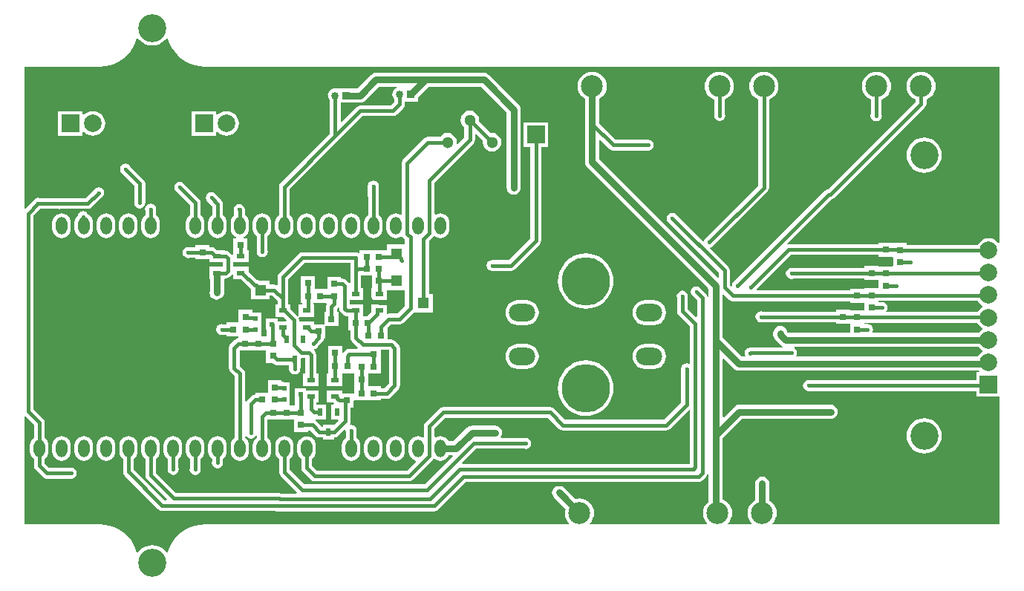
<source format=gbl>
G04*
G04 #@! TF.GenerationSoftware,Altium Limited,Altium Designer,24.3.1 (35)*
G04*
G04 Layer_Physical_Order=2*
G04 Layer_Color=16711680*
%FSLAX25Y25*%
%MOIN*%
G70*
G04*
G04 #@! TF.SameCoordinates,5149264C-F6EF-45E8-801D-D6D5ED924B73*
G04*
G04*
G04 #@! TF.FilePolarity,Positive*
G04*
G01*
G75*
%ADD14R,0.03150X0.03150*%
%ADD16R,0.03150X0.03150*%
%ADD17R,0.03740X0.02362*%
%ADD40C,0.01575*%
%ADD41C,0.03150*%
%ADD42C,0.07874*%
%ADD43R,0.07874X0.07874*%
%ADD44R,0.07874X0.07874*%
%ADD45C,0.05118*%
%ADD46C,0.03347*%
%ADD47R,0.03347X0.03347*%
%ADD48C,0.09843*%
%ADD49C,0.21654*%
%ADD50O,0.11811X0.07874*%
%ADD51O,0.05118X0.07874*%
%ADD52C,0.12598*%
%ADD53C,0.01772*%
%ADD54R,0.05118X0.05118*%
%ADD55R,0.01968X0.01968*%
%ADD56R,0.01968X0.03543*%
%ADD57R,0.05118X0.05118*%
G36*
X59366Y114484D02*
X60565Y113500D01*
X61933Y112769D01*
X63417Y112319D01*
X64961Y112167D01*
X66504Y112319D01*
X67989Y112769D01*
X69356Y113500D01*
X70555Y114484D01*
X71342Y115443D01*
X71900Y115334D01*
X72544Y113435D01*
X73549Y111399D01*
X74810Y109511D01*
X76307Y107803D01*
X78015Y106306D01*
X79903Y105044D01*
X81939Y104040D01*
X84090Y103310D01*
X86317Y102867D01*
X88425Y102729D01*
X88583Y102708D01*
X445228D01*
Y23733D01*
X444728Y23563D01*
X444325Y24089D01*
X443173Y24972D01*
X441833Y25528D01*
X440394Y25717D01*
X438955Y25528D01*
X437614Y24972D01*
X436463Y24089D01*
X435579Y22937D01*
X435482Y22704D01*
X403736D01*
Y23583D01*
X397437D01*
X397337Y23658D01*
Y23658D01*
X391038D01*
Y23034D01*
X350626D01*
X350294Y22968D01*
X350048Y23429D01*
X369662Y43043D01*
X370300Y43170D01*
X371082Y43692D01*
X411742Y84353D01*
X412264Y85134D01*
X412448Y86056D01*
Y87879D01*
X412537Y87906D01*
X413666Y88510D01*
X414655Y89321D01*
X415467Y90311D01*
X416070Y91439D01*
X416441Y92664D01*
X416567Y93937D01*
X416441Y95210D01*
X416070Y96435D01*
X415467Y97563D01*
X414655Y98553D01*
X413666Y99365D01*
X412537Y99968D01*
X411313Y100339D01*
X410039Y100464D01*
X408766Y100339D01*
X407541Y99968D01*
X406413Y99365D01*
X405424Y98553D01*
X404612Y97563D01*
X404009Y96435D01*
X403637Y95210D01*
X403512Y93937D01*
X403637Y92664D01*
X404009Y91439D01*
X404612Y90311D01*
X405424Y89321D01*
X406413Y88510D01*
X407541Y87906D01*
X407631Y87879D01*
Y87054D01*
X368324Y47747D01*
X367686Y47620D01*
X366905Y47098D01*
X326299Y6493D01*
X325872Y6207D01*
X325328Y5393D01*
X325137Y4433D01*
X325172Y4256D01*
X324711Y4010D01*
X324180Y4541D01*
Y11142D01*
X323997Y12064D01*
X323475Y12845D01*
X315302Y21018D01*
X315466Y21560D01*
X315960Y21659D01*
X316774Y22202D01*
X317060Y22630D01*
X341152Y46722D01*
X341674Y47504D01*
X341857Y48425D01*
Y87879D01*
X341947Y87906D01*
X343075Y88510D01*
X344064Y89321D01*
X344876Y90311D01*
X345479Y91439D01*
X345851Y92664D01*
X345976Y93937D01*
X345851Y95210D01*
X345479Y96435D01*
X344876Y97563D01*
X344064Y98553D01*
X343075Y99365D01*
X341947Y99968D01*
X340722Y100339D01*
X339449Y100464D01*
X338175Y100339D01*
X336951Y99968D01*
X335822Y99365D01*
X334833Y98553D01*
X334021Y97563D01*
X333418Y96435D01*
X333047Y95210D01*
X332921Y93937D01*
X333047Y92664D01*
X333418Y91439D01*
X334021Y90311D01*
X334833Y89321D01*
X335822Y88510D01*
X336951Y87906D01*
X337040Y87879D01*
Y49423D01*
X313654Y26036D01*
X313226Y25750D01*
X312682Y24937D01*
X312584Y24443D01*
X312041Y24278D01*
X300446Y35874D01*
X300160Y36302D01*
X299346Y36845D01*
X298386Y37036D01*
X297426Y36845D01*
X296612Y36302D01*
X296068Y35488D01*
X295877Y34528D01*
X296068Y33568D01*
X296612Y32754D01*
X297040Y32468D01*
X319363Y10144D01*
Y8060D01*
X318901Y7869D01*
X265590Y61180D01*
Y69664D01*
X266052Y69856D01*
X270130Y65777D01*
X270912Y65255D01*
X271833Y65072D01*
X287055D01*
X287559Y64972D01*
X288519Y65162D01*
X289333Y65706D01*
X289877Y66520D01*
X290068Y67480D01*
X289877Y68441D01*
X289333Y69254D01*
X288519Y69798D01*
X287559Y69989D01*
X287055Y69889D01*
X272831D01*
X265590Y77130D01*
Y88269D01*
X266040Y88510D01*
X267029Y89321D01*
X267841Y90311D01*
X268444Y91439D01*
X268815Y92664D01*
X268941Y93937D01*
X268815Y95210D01*
X268444Y96435D01*
X267841Y97563D01*
X267029Y98553D01*
X266040Y99365D01*
X264911Y99968D01*
X263687Y100339D01*
X262413Y100464D01*
X261140Y100339D01*
X259915Y99968D01*
X258787Y99365D01*
X257798Y98553D01*
X256986Y97563D01*
X256383Y96435D01*
X256011Y95210D01*
X255886Y93937D01*
X256011Y92664D01*
X256383Y91439D01*
X256986Y90311D01*
X257798Y89321D01*
X258787Y88510D01*
X259237Y88269D01*
Y76901D01*
Y59864D01*
X259345Y59042D01*
X259662Y58276D01*
X260167Y57617D01*
X314658Y3127D01*
Y-506D01*
X314158Y-555D01*
X314075Y-141D01*
X313553Y640D01*
X311233Y2960D01*
X310947Y3388D01*
X310133Y3932D01*
X309173Y4123D01*
X308213Y3932D01*
X307399Y3388D01*
X306855Y2574D01*
X306664Y1614D01*
X306855Y654D01*
X307399Y-160D01*
X307827Y-446D01*
X309442Y-2061D01*
Y-9481D01*
X308980Y-9672D01*
X305282Y-5975D01*
Y-819D01*
X305383Y-315D01*
X305192Y645D01*
X304648Y1459D01*
X303834Y2003D01*
X302874Y2194D01*
X301914Y2003D01*
X301100Y1459D01*
X300556Y645D01*
X300365Y-315D01*
X300465Y-819D01*
Y-6972D01*
X300649Y-7894D01*
X301171Y-8675D01*
X306292Y-13797D01*
Y-30484D01*
X305851Y-30720D01*
X305724Y-30635D01*
X304764Y-30444D01*
X303804Y-30635D01*
X302990Y-31179D01*
X302446Y-31993D01*
X302255Y-32953D01*
X302355Y-33457D01*
Y-47917D01*
X294452Y-55820D01*
X250411D01*
X245360Y-50769D01*
X244579Y-50247D01*
X243657Y-50064D01*
X195567D01*
X194645Y-50247D01*
X193864Y-50769D01*
X187580Y-57053D01*
X187058Y-57834D01*
X186875Y-58756D01*
Y-63580D01*
X186426Y-63801D01*
X186290Y-63696D01*
X185284Y-63280D01*
X184205Y-63138D01*
X183126Y-63280D01*
X182120Y-63696D01*
X181256Y-64359D01*
X180594Y-65222D01*
X180177Y-66228D01*
X180035Y-67307D01*
Y-70063D01*
X180177Y-71142D01*
X180594Y-72148D01*
X181256Y-73011D01*
X182120Y-73674D01*
X183054Y-74061D01*
X183269Y-74552D01*
X179159Y-78662D01*
X138939D01*
X136613Y-76336D01*
Y-73426D01*
X137153Y-73011D01*
X137816Y-72148D01*
X138232Y-71142D01*
X138374Y-70063D01*
Y-67307D01*
X138232Y-66228D01*
X137816Y-65222D01*
X137153Y-64359D01*
X136290Y-63696D01*
X135284Y-63280D01*
X134205Y-63138D01*
X133126Y-63280D01*
X132120Y-63696D01*
X131256Y-64359D01*
X130594Y-65222D01*
X130177Y-66228D01*
X130035Y-67307D01*
Y-70063D01*
X130177Y-71142D01*
X130594Y-72148D01*
X131256Y-73011D01*
X131796Y-73426D01*
Y-77334D01*
X131980Y-78256D01*
X132502Y-79037D01*
X136239Y-82774D01*
X137020Y-83296D01*
X137942Y-83479D01*
X180157D01*
X181078Y-83296D01*
X181860Y-82774D01*
X190987Y-73647D01*
X191080Y-73506D01*
X191731Y-73376D01*
X192120Y-73674D01*
X193126Y-74090D01*
X194205Y-74233D01*
X195284Y-74090D01*
X196290Y-73674D01*
X197153Y-73011D01*
X197816Y-72148D01*
X197934Y-71862D01*
X199709D01*
X199900Y-72324D01*
X187388Y-84836D01*
X133084D01*
X126735Y-78487D01*
Y-73332D01*
X127153Y-73011D01*
X127816Y-72148D01*
X128232Y-71142D01*
X128374Y-70063D01*
Y-67307D01*
X128232Y-66228D01*
X127816Y-65222D01*
X127153Y-64359D01*
X126289Y-63696D01*
X125284Y-63280D01*
X124205Y-63138D01*
X123126Y-63280D01*
X122120Y-63696D01*
X121256Y-64359D01*
X120594Y-65222D01*
X120177Y-66228D01*
X120035Y-67307D01*
Y-70063D01*
X120177Y-71142D01*
X120594Y-72148D01*
X121256Y-73011D01*
X121918Y-73519D01*
Y-79484D01*
X122102Y-80406D01*
X122624Y-81187D01*
X129906Y-88469D01*
X129699Y-88969D01*
X122854D01*
X122834Y-88956D01*
X121913Y-88773D01*
X75525D01*
X66613Y-79861D01*
Y-73426D01*
X67153Y-73011D01*
X67816Y-72148D01*
X68232Y-71142D01*
X68374Y-70063D01*
Y-67307D01*
X68232Y-66228D01*
X67816Y-65222D01*
X67153Y-64359D01*
X66290Y-63696D01*
X65284Y-63280D01*
X64205Y-63138D01*
X63126Y-63280D01*
X62120Y-63696D01*
X61256Y-64359D01*
X60594Y-65222D01*
X60177Y-66228D01*
X60035Y-67307D01*
Y-70063D01*
X60177Y-71142D01*
X60594Y-72148D01*
X61256Y-73011D01*
X61796Y-73426D01*
Y-80858D01*
X61980Y-81780D01*
X62502Y-82561D01*
X71440Y-91500D01*
X71249Y-91962D01*
X70407D01*
X56613Y-78168D01*
Y-73426D01*
X57153Y-73011D01*
X57816Y-72148D01*
X58232Y-71142D01*
X58374Y-70063D01*
Y-67307D01*
X58232Y-66228D01*
X57816Y-65222D01*
X57153Y-64359D01*
X56289Y-63696D01*
X55284Y-63280D01*
X54205Y-63138D01*
X53126Y-63280D01*
X52120Y-63696D01*
X51256Y-64359D01*
X50594Y-65222D01*
X50177Y-66228D01*
X50035Y-67307D01*
Y-70063D01*
X50177Y-71142D01*
X50594Y-72148D01*
X51256Y-73011D01*
X51796Y-73426D01*
Y-79165D01*
X51980Y-80087D01*
X52502Y-80868D01*
X67706Y-96073D01*
X68488Y-96595D01*
X69409Y-96779D01*
X120013D01*
X120805Y-96936D01*
X191417D01*
X192339Y-96753D01*
X193120Y-96231D01*
X205547Y-83804D01*
X310128D01*
X311050Y-83621D01*
X311831Y-83099D01*
X313554Y-81376D01*
X314076Y-80595D01*
X314158Y-80181D01*
X314658Y-80230D01*
Y-92603D01*
X314089Y-93069D01*
X313277Y-94059D01*
X312674Y-95187D01*
X312303Y-96412D01*
X312177Y-97685D01*
X312303Y-98958D01*
X312674Y-100183D01*
X313277Y-101312D01*
X314013Y-102208D01*
X313872Y-102708D01*
X261538D01*
X261396Y-102208D01*
X262132Y-101312D01*
X262735Y-100183D01*
X263107Y-98958D01*
X263232Y-97685D01*
X263107Y-96412D01*
X262735Y-95187D01*
X262132Y-94059D01*
X261320Y-93069D01*
X260331Y-92258D01*
X259203Y-91654D01*
X257978Y-91283D01*
X256705Y-91158D01*
X255431Y-91283D01*
X254943Y-91431D01*
X249748Y-86236D01*
X249090Y-85731D01*
X248324Y-85414D01*
X247502Y-85306D01*
X246680Y-85414D01*
X245914Y-85731D01*
X245256Y-86236D01*
X244751Y-86894D01*
X244433Y-87660D01*
X244325Y-88482D01*
X244433Y-89305D01*
X244751Y-90071D01*
X245256Y-90729D01*
X250451Y-95924D01*
X250303Y-96412D01*
X250177Y-97685D01*
X250303Y-98958D01*
X250674Y-100183D01*
X251277Y-101312D01*
X252013Y-102208D01*
X251872Y-102708D01*
X88583D01*
X88425Y-102729D01*
X86317Y-102867D01*
X84090Y-103310D01*
X81939Y-104040D01*
X79903Y-105044D01*
X78015Y-106306D01*
X76307Y-107803D01*
X74810Y-109511D01*
X73549Y-111399D01*
X72544Y-113435D01*
X71900Y-115334D01*
X71342Y-115443D01*
X70555Y-114484D01*
X69356Y-113500D01*
X67989Y-112769D01*
X66504Y-112319D01*
X64961Y-112167D01*
X63417Y-112319D01*
X61933Y-112769D01*
X60565Y-113500D01*
X59366Y-114484D01*
X58579Y-115443D01*
X58022Y-115334D01*
X57377Y-113435D01*
X56373Y-111399D01*
X55111Y-109511D01*
X53614Y-107803D01*
X51907Y-106306D01*
X50019Y-105044D01*
X47982Y-104040D01*
X45832Y-103310D01*
X43604Y-102867D01*
X41496Y-102729D01*
X41339Y-102708D01*
X7528D01*
Y-54501D01*
X7990Y-54309D01*
X11796Y-58116D01*
Y-63945D01*
X11256Y-64359D01*
X10594Y-65222D01*
X10177Y-66228D01*
X10035Y-67307D01*
Y-70063D01*
X10177Y-71142D01*
X10594Y-72148D01*
X11256Y-73011D01*
X11796Y-73426D01*
Y-76409D01*
X11980Y-77331D01*
X12502Y-78113D01*
X15935Y-81546D01*
X16716Y-82068D01*
X17638Y-82251D01*
X27960D01*
X28464Y-82351D01*
X29425Y-82160D01*
X30239Y-81616D01*
X30782Y-80803D01*
X30973Y-79842D01*
X30782Y-78882D01*
X30239Y-78068D01*
X29425Y-77525D01*
X28464Y-77334D01*
X27960Y-77434D01*
X18635D01*
X16613Y-75412D01*
Y-73426D01*
X17153Y-73011D01*
X17816Y-72148D01*
X18232Y-71142D01*
X18374Y-70063D01*
Y-67307D01*
X18232Y-66228D01*
X17816Y-65222D01*
X17153Y-64359D01*
X16613Y-63945D01*
Y-57118D01*
X16430Y-56196D01*
X15908Y-55415D01*
X11542Y-51050D01*
Y35766D01*
X14627Y38851D01*
X22511D01*
X23114Y38731D01*
X23718Y38851D01*
X36035D01*
X36957Y39035D01*
X37738Y39557D01*
X42224Y44043D01*
X42652Y44328D01*
X43196Y45142D01*
X43387Y46102D01*
X43196Y47063D01*
X42652Y47876D01*
X41838Y48420D01*
X40878Y48611D01*
X39918Y48420D01*
X39104Y47876D01*
X38818Y47449D01*
X35038Y43668D01*
X23519D01*
X23114Y43749D01*
X22709Y43668D01*
X14372D01*
X13669Y43808D01*
X12709Y43617D01*
X11895Y43073D01*
X11609Y42645D01*
X7990Y39026D01*
X7528Y39217D01*
Y99725D01*
Y102708D01*
X41339D01*
X41496Y102729D01*
X43604Y102867D01*
X45832Y103310D01*
X47982Y104040D01*
X50019Y105044D01*
X51907Y106306D01*
X53614Y107803D01*
X55111Y109511D01*
X56373Y111399D01*
X57377Y113435D01*
X58022Y115334D01*
X58579Y115443D01*
X59366Y114484D01*
D02*
G37*
G36*
X391038Y17358D02*
X397337D01*
X397437Y16900D01*
Y13557D01*
X397337Y13098D01*
X391038D01*
X390938Y13201D01*
Y13201D01*
X384639D01*
Y12355D01*
X351986D01*
X351924Y12343D01*
X351882Y12351D01*
X350922Y12160D01*
X350108Y11616D01*
X349564Y10803D01*
X349373Y9843D01*
X349564Y8882D01*
X350108Y8068D01*
X350922Y7525D01*
X351882Y7334D01*
X352842Y7525D01*
X352863Y7538D01*
X384639D01*
Y6902D01*
X390938D01*
X391038Y6443D01*
Y3689D01*
X390915Y3240D01*
X384615D01*
X384516Y2953D01*
X378217D01*
Y2212D01*
X336325D01*
X336118Y2712D01*
X351624Y18217D01*
X391038D01*
Y17358D01*
D02*
G37*
G36*
X323809Y-1900D02*
X324590Y-2422D01*
X325512Y-2605D01*
X378217D01*
Y-3347D01*
X384516D01*
X384615Y-3805D01*
Y-6108D01*
X384516Y-6567D01*
X378217D01*
X378122Y-6520D01*
Y-6520D01*
X371823D01*
Y-7209D01*
X338991D01*
X338228Y-7058D01*
X337268Y-7249D01*
X336454Y-7792D01*
X335910Y-8606D01*
X335719Y-9567D01*
X335910Y-10527D01*
X336454Y-11340D01*
X337268Y-11884D01*
X338228Y-12075D01*
X338474Y-12026D01*
X371823D01*
Y-12819D01*
X378122D01*
X378217Y-13280D01*
Y-16776D01*
X350402D01*
X349947Y-16321D01*
X349919Y-16107D01*
X349602Y-15341D01*
X349097Y-14683D01*
X348439Y-14178D01*
X347673Y-13861D01*
X346850Y-13752D01*
X346028Y-13861D01*
X345262Y-14178D01*
X344604Y-14683D01*
X344099Y-15341D01*
X343782Y-16107D01*
X343674Y-16929D01*
Y-17717D01*
X343782Y-18539D01*
X344099Y-19305D01*
X344604Y-19963D01*
X346840Y-22199D01*
X347498Y-22704D01*
X348073Y-22942D01*
X347973Y-23442D01*
X333430D01*
X333397Y-23448D01*
X333335Y-23436D01*
X332375Y-23627D01*
X331561Y-24171D01*
X331017Y-24985D01*
X330826Y-25945D01*
X331017Y-26905D01*
X331115Y-27051D01*
X330879Y-27492D01*
X329544D01*
X321011Y-18960D01*
Y244D01*
X321473Y435D01*
X323809Y-1900D01*
D02*
G37*
G36*
X435579Y-2622D02*
X436463Y-3774D01*
X437536Y-4598D01*
X437580Y-4882D01*
X437536Y-5166D01*
X436463Y-5990D01*
X435579Y-7141D01*
X435466Y-7414D01*
X394679D01*
X394412Y-6914D01*
X394760Y-6393D01*
X394951Y-5433D01*
X394760Y-4473D01*
X394216Y-3659D01*
X393402Y-3115D01*
X392442Y-2924D01*
X391967Y-3019D01*
X390915D01*
Y-2284D01*
X435439D01*
X435579Y-2622D01*
D02*
G37*
G36*
Y-12701D02*
X436463Y-13852D01*
X437470Y-14625D01*
X437510Y-14760D01*
Y-15082D01*
X437470Y-15217D01*
X436463Y-15990D01*
X435860Y-16776D01*
X388507D01*
X388271Y-16335D01*
X388361Y-16200D01*
X388552Y-15240D01*
X388361Y-14280D01*
X387817Y-13466D01*
X387003Y-12922D01*
X386043Y-12731D01*
X385568Y-12826D01*
X384516D01*
Y-12231D01*
X435385D01*
X435579Y-12701D01*
D02*
G37*
G36*
X436463Y-23852D02*
X437470Y-24625D01*
X437510Y-24760D01*
Y-25082D01*
X437470Y-25217D01*
X436463Y-25990D01*
X435579Y-27141D01*
X435434Y-27492D01*
X354231D01*
X353995Y-27051D01*
X354219Y-26716D01*
X354410Y-25756D01*
X354219Y-24796D01*
X353676Y-23982D01*
X353148Y-23630D01*
X353300Y-23130D01*
X435908D01*
X436463Y-23852D01*
D02*
G37*
G36*
X325982Y-32916D02*
X326640Y-33420D01*
X327406Y-33738D01*
X328228Y-33846D01*
X436074D01*
X436120Y-33909D01*
X435863Y-34409D01*
X434882D01*
Y-38096D01*
X360087D01*
X359583Y-37995D01*
X358623Y-38186D01*
X357809Y-38730D01*
X357265Y-39544D01*
X357074Y-40504D01*
X357265Y-41464D01*
X357809Y-42278D01*
X358623Y-42822D01*
X359583Y-43013D01*
X360087Y-42912D01*
X434882D01*
Y-45433D01*
X445228D01*
Y-102708D01*
X343537D01*
X343396Y-102208D01*
X344132Y-101312D01*
X344735Y-100183D01*
X345107Y-98958D01*
X345232Y-97685D01*
X345107Y-96412D01*
X344735Y-95187D01*
X344132Y-94059D01*
X343320Y-93069D01*
X342331Y-92258D01*
X341881Y-92017D01*
Y-84484D01*
X341773Y-83662D01*
X341456Y-82896D01*
X340951Y-82238D01*
X340293Y-81733D01*
X339527Y-81416D01*
X338705Y-81307D01*
X337882Y-81416D01*
X337116Y-81733D01*
X336458Y-82238D01*
X335954Y-82896D01*
X335636Y-83662D01*
X335528Y-84484D01*
Y-92017D01*
X335078Y-92258D01*
X334089Y-93069D01*
X333277Y-94059D01*
X332674Y-95187D01*
X332303Y-96412D01*
X332177Y-97685D01*
X332303Y-98958D01*
X332674Y-100183D01*
X333277Y-101312D01*
X334013Y-102208D01*
X333872Y-102708D01*
X323537D01*
X323396Y-102208D01*
X324132Y-101312D01*
X324735Y-100183D01*
X325107Y-98958D01*
X325232Y-97685D01*
X325107Y-96412D01*
X324735Y-95187D01*
X324132Y-94059D01*
X323320Y-93069D01*
X322331Y-92258D01*
X321203Y-91654D01*
X321011Y-91596D01*
Y-64072D01*
X329662Y-55421D01*
X369449D01*
X370271Y-55313D01*
X371037Y-54995D01*
X371695Y-54490D01*
X372200Y-53832D01*
X372517Y-53066D01*
X372626Y-52244D01*
X372517Y-51422D01*
X372200Y-50656D01*
X371695Y-49998D01*
X371037Y-49493D01*
X370271Y-49176D01*
X369449Y-49067D01*
X328346D01*
X327524Y-49176D01*
X326758Y-49493D01*
X326100Y-49998D01*
X321473Y-54624D01*
X321011Y-54433D01*
Y-28598D01*
X321473Y-28407D01*
X325982Y-32916D01*
D02*
G37*
G36*
X306292Y-51445D02*
Y-75544D01*
X204145D01*
X203954Y-75082D01*
X210250Y-68786D01*
X231976D01*
X232480Y-68887D01*
X233440Y-68696D01*
X234254Y-68152D01*
X234798Y-67338D01*
X234989Y-66378D01*
X234798Y-65418D01*
X234254Y-64604D01*
X233440Y-64060D01*
X232480Y-63869D01*
X231976Y-63969D01*
X221572D01*
X221326Y-63469D01*
X221531Y-63203D01*
X221848Y-62436D01*
X221956Y-61614D01*
X221848Y-60792D01*
X221531Y-60026D01*
X221026Y-59368D01*
X220368Y-58863D01*
X219602Y-58546D01*
X218779Y-58437D01*
X208448D01*
X207626Y-58546D01*
X206860Y-58863D01*
X206202Y-59368D01*
X200061Y-65508D01*
X197934D01*
X197816Y-65222D01*
X197153Y-64359D01*
X196290Y-63696D01*
X195284Y-63280D01*
X194205Y-63138D01*
X193126Y-63280D01*
X192192Y-63666D01*
X191692Y-63471D01*
Y-59754D01*
X196565Y-54881D01*
X242659D01*
X247710Y-59931D01*
X248491Y-60453D01*
X249413Y-60637D01*
X295450D01*
X296371Y-60453D01*
X297153Y-59931D01*
X305830Y-51254D01*
X306292Y-51445D01*
D02*
G37*
%LPC*%
G36*
X38232Y82779D02*
X36793Y82589D01*
X35453Y82034D01*
X34301Y81150D01*
X34218Y81041D01*
X33744Y81202D01*
Y82731D01*
X22720D01*
Y71707D01*
X33744D01*
Y73237D01*
X34218Y73397D01*
X34301Y73288D01*
X35453Y72405D01*
X36793Y71849D01*
X38232Y71660D01*
X39671Y71849D01*
X41012Y72405D01*
X42163Y73288D01*
X43047Y74440D01*
X43602Y75780D01*
X43792Y77219D01*
X43602Y78658D01*
X43047Y79999D01*
X42163Y81150D01*
X41012Y82034D01*
X39671Y82589D01*
X38232Y82779D01*
D02*
G37*
G36*
X98232Y82779D02*
X96793Y82589D01*
X95453Y82034D01*
X94301Y81150D01*
X94218Y81041D01*
X93744Y81202D01*
Y82731D01*
X82721D01*
Y71707D01*
X93744D01*
Y73237D01*
X94218Y73397D01*
X94301Y73288D01*
X95453Y72405D01*
X96793Y71849D01*
X98232Y71660D01*
X99671Y71849D01*
X101012Y72405D01*
X102163Y73288D01*
X103047Y74440D01*
X103602Y75780D01*
X103792Y77219D01*
X103602Y78658D01*
X103047Y79999D01*
X102163Y81150D01*
X101012Y82034D01*
X99671Y82589D01*
X98232Y82779D01*
D02*
G37*
G36*
X319449Y100464D02*
X318175Y100339D01*
X316951Y99968D01*
X315822Y99365D01*
X314833Y98553D01*
X314021Y97563D01*
X313418Y96435D01*
X313047Y95210D01*
X312921Y93937D01*
X313047Y92664D01*
X313418Y91439D01*
X314021Y90311D01*
X314833Y89321D01*
X315822Y88510D01*
X316951Y87906D01*
X317139Y87849D01*
Y80886D01*
X317148Y80841D01*
X317137Y80787D01*
X317328Y79827D01*
X317872Y79013D01*
X318686Y78470D01*
X319646Y78279D01*
X320606Y78470D01*
X321420Y79013D01*
X321964Y79827D01*
X322154Y80787D01*
X321964Y81748D01*
X321956Y81759D01*
Y87911D01*
X323075Y88510D01*
X324064Y89321D01*
X324876Y90311D01*
X325479Y91439D01*
X325851Y92664D01*
X325976Y93937D01*
X325851Y95210D01*
X325479Y96435D01*
X324876Y97563D01*
X324064Y98553D01*
X323075Y99365D01*
X321947Y99968D01*
X320722Y100339D01*
X319449Y100464D01*
D02*
G37*
G36*
X390039D02*
X388766Y100339D01*
X387541Y99968D01*
X386413Y99365D01*
X385424Y98553D01*
X384612Y97563D01*
X384009Y96435D01*
X383637Y95210D01*
X383512Y93937D01*
X383637Y92664D01*
X384009Y91439D01*
X384612Y90311D01*
X385424Y89321D01*
X386413Y88510D01*
X387541Y87906D01*
X387572Y87897D01*
Y81510D01*
X387412Y80709D01*
X387603Y79749D01*
X388147Y78935D01*
X388961Y78391D01*
X389921Y78200D01*
X390881Y78391D01*
X391695Y78935D01*
X392239Y79749D01*
X392430Y80709D01*
X392389Y80916D01*
Y87861D01*
X392537Y87906D01*
X393666Y88510D01*
X394655Y89321D01*
X395467Y90311D01*
X396070Y91439D01*
X396441Y92664D01*
X396567Y93937D01*
X396441Y95210D01*
X396070Y96435D01*
X395467Y97563D01*
X394655Y98553D01*
X393666Y99365D01*
X392537Y99968D01*
X391313Y100339D01*
X390039Y100464D01*
D02*
G37*
G36*
X207457Y82965D02*
X206378Y82823D01*
X205372Y82406D01*
X204508Y81744D01*
X203846Y80880D01*
X203429Y79874D01*
X203287Y78795D01*
X203429Y77716D01*
X203846Y76710D01*
X204508Y75847D01*
X205048Y75433D01*
Y70856D01*
X202001Y67808D01*
X201527Y68042D01*
X201626Y68795D01*
X201484Y69874D01*
X201068Y70880D01*
X200405Y71744D01*
X199541Y72406D01*
X198536Y72823D01*
X197457Y72965D01*
X196378Y72823D01*
X195372Y72406D01*
X194508Y71744D01*
X194094Y71204D01*
X188685D01*
X187763Y71020D01*
X186982Y70498D01*
X177620Y61136D01*
X177098Y60355D01*
X176914Y59433D01*
Y36420D01*
X176466Y36199D01*
X176329Y36304D01*
X175323Y36720D01*
X174244Y36862D01*
X173165Y36720D01*
X172159Y36304D01*
X171296Y35641D01*
X170633Y34778D01*
X170217Y33772D01*
X170075Y32693D01*
Y29937D01*
X170217Y28858D01*
X170633Y27852D01*
X171296Y26989D01*
X172159Y26326D01*
X173165Y25910D01*
X174244Y25767D01*
X175323Y25910D01*
X176329Y26326D01*
X176651Y26573D01*
X177278Y26425D01*
X177620Y25914D01*
X178383Y25150D01*
Y22806D01*
X170350D01*
Y19712D01*
X169803D01*
Y20453D01*
X157992D01*
Y19237D01*
X157551Y19001D01*
X157200Y19235D01*
X156240Y19426D01*
X155736Y19326D01*
X132311D01*
X131389Y19142D01*
X130608Y18620D01*
X121840Y9853D01*
X121318Y9071D01*
X121135Y8150D01*
Y4791D01*
X120694Y4555D01*
X120528Y4666D01*
X119606Y4849D01*
X117638D01*
Y6575D01*
X113038D01*
X112654Y6831D01*
X111872Y6987D01*
X108091Y10768D01*
Y12874D01*
X101346D01*
Y14842D01*
X108091D01*
Y20354D01*
X107598D01*
Y25669D01*
X106050D01*
X105950Y26169D01*
X106329Y26326D01*
X107192Y26989D01*
X107855Y27852D01*
X108272Y28858D01*
X108414Y29937D01*
Y32693D01*
X108272Y33772D01*
X107855Y34778D01*
X107192Y35641D01*
X106499Y36173D01*
Y38469D01*
X106316Y39390D01*
X106283Y39439D01*
X106255Y39582D01*
X105711Y40396D01*
X104897Y40940D01*
X103937Y41131D01*
X102977Y40940D01*
X102163Y40396D01*
X101619Y39582D01*
X101428Y38622D01*
X101619Y37662D01*
X101682Y37568D01*
Y35938D01*
X101296Y35641D01*
X100633Y34778D01*
X100217Y33772D01*
X100075Y32693D01*
Y29937D01*
X100217Y28858D01*
X100633Y27852D01*
X101296Y26989D01*
X102159Y26326D01*
X102538Y26169D01*
X102438Y25669D01*
X101299D01*
Y20354D01*
X101201D01*
Y18440D01*
X100701Y18288D01*
X100640Y18379D01*
X99718Y19301D01*
X98936Y19824D01*
X98014Y20007D01*
X97461D01*
Y20354D01*
X93977D01*
X93258Y21073D01*
X92477Y21595D01*
X91555Y21779D01*
X90669D01*
Y22520D01*
X84370D01*
Y21779D01*
X81230D01*
X81100Y21753D01*
X81059Y21761D01*
X80099Y21570D01*
X79285Y21026D01*
X78741Y20212D01*
X78550Y19252D01*
X78741Y18292D01*
X79285Y17478D01*
X80099Y16934D01*
X81059Y16743D01*
X82019Y16934D01*
X82060Y16962D01*
X84370D01*
Y16220D01*
X90571D01*
Y14842D01*
X96529D01*
Y12874D01*
X90571D01*
Y7362D01*
X90839D01*
Y2296D01*
X90750Y2082D01*
X90642Y1260D01*
X90750Y438D01*
X91068Y-329D01*
X91573Y-986D01*
X92230Y-1491D01*
X92997Y-1809D01*
X93819Y-1917D01*
X94641Y-1809D01*
X95407Y-1491D01*
X96065Y-986D01*
X96262Y-790D01*
X96767Y-132D01*
X97084Y635D01*
X97193Y1457D01*
Y7362D01*
X97461D01*
Y7710D01*
X97953D01*
X98874Y7893D01*
X99656Y8415D01*
X100640Y9399D01*
X100701Y9490D01*
X101201Y9339D01*
Y7362D01*
X104684D01*
X109143Y2903D01*
X109370Y2752D01*
Y-1693D01*
X117638D01*
Y33D01*
X118609D01*
X121135Y-2494D01*
Y-4055D01*
X120098D01*
Y-9567D01*
X123582D01*
X125089Y-11073D01*
X124897Y-11535D01*
X121181D01*
Y-10354D01*
X116063D01*
Y-15472D01*
X116410D01*
Y-18295D01*
X116400Y-18298D01*
X115910Y-18425D01*
X115856Y-18425D01*
Y-18425D01*
X115464Y-18425D01*
X114154D01*
X113898Y-18032D01*
X113898Y-17925D01*
Y-13413D01*
X113898Y-12913D01*
X113898D01*
Y-12913D01*
X113898D01*
Y-7795D01*
X111374D01*
X111142Y-7749D01*
X109961D01*
Y-6516D01*
X103662D01*
Y-12126D01*
X98150D01*
Y-12867D01*
X96686D01*
X96181Y-12767D01*
X95221Y-12958D01*
X94407Y-13501D01*
X93863Y-14315D01*
X93672Y-15276D01*
X93863Y-16236D01*
X94407Y-17050D01*
X95221Y-17593D01*
X96181Y-17784D01*
X96686Y-17684D01*
X98150D01*
Y-18425D01*
X103063D01*
X103563Y-18425D01*
X103563Y-19186D01*
X102740Y-19350D01*
X101958Y-19872D01*
X99990Y-21840D01*
X99468Y-22622D01*
X99284Y-23543D01*
Y-32598D01*
X99468Y-33520D01*
X99990Y-34301D01*
X101796Y-36108D01*
Y-63945D01*
X101256Y-64359D01*
X100594Y-65222D01*
X100177Y-66228D01*
X100035Y-67307D01*
Y-70063D01*
X100177Y-71142D01*
X100594Y-72148D01*
X101256Y-73011D01*
X102120Y-73674D01*
X103126Y-74090D01*
X104205Y-74233D01*
X105284Y-74090D01*
X106290Y-73674D01*
X107153Y-73011D01*
X107816Y-72148D01*
X108232Y-71142D01*
X108374Y-70063D01*
Y-67307D01*
X108232Y-66228D01*
X107816Y-65222D01*
X107153Y-64359D01*
X106613Y-63945D01*
Y-63230D01*
X107113Y-63078D01*
X107399Y-63506D01*
X108213Y-64050D01*
X109173Y-64241D01*
X110133Y-64050D01*
X110947Y-63506D01*
X111296Y-62984D01*
X111796Y-63136D01*
Y-63945D01*
X111256Y-64359D01*
X110594Y-65222D01*
X110177Y-66228D01*
X110035Y-67307D01*
Y-70063D01*
X110177Y-71142D01*
X110594Y-72148D01*
X111256Y-73011D01*
X112120Y-73674D01*
X113126Y-74090D01*
X114205Y-74233D01*
X115284Y-74090D01*
X116289Y-73674D01*
X117153Y-73011D01*
X117816Y-72148D01*
X118232Y-71142D01*
X118374Y-70063D01*
Y-67307D01*
X118232Y-66228D01*
X117816Y-65222D01*
X117153Y-64359D01*
X116613Y-63945D01*
Y-55827D01*
X128455D01*
X128563Y-56282D01*
Y-61339D01*
X134862D01*
Y-60598D01*
X135810D01*
X138250Y-63038D01*
X139031Y-63560D01*
X139953Y-63743D01*
X141461D01*
Y-64681D01*
X146579D01*
Y-63743D01*
X146618D01*
X147540Y-63560D01*
X148321Y-63038D01*
X151278Y-60081D01*
X151739Y-60327D01*
X151696Y-60543D01*
X151796Y-61048D01*
Y-63945D01*
X151256Y-64359D01*
X150594Y-65222D01*
X150177Y-66228D01*
X150035Y-67307D01*
Y-70063D01*
X150177Y-71142D01*
X150594Y-72148D01*
X151256Y-73011D01*
X152120Y-73674D01*
X153126Y-74090D01*
X154205Y-74233D01*
X155284Y-74090D01*
X156290Y-73674D01*
X157153Y-73011D01*
X157816Y-72148D01*
X158232Y-71142D01*
X158374Y-70063D01*
Y-67307D01*
X158232Y-66228D01*
X157816Y-65222D01*
X157153Y-64359D01*
X156613Y-63945D01*
Y-61048D01*
X156714Y-60543D01*
X156523Y-59583D01*
X155979Y-58769D01*
X155165Y-58225D01*
X154205Y-58034D01*
X153886Y-58098D01*
X153586Y-57648D01*
X153855Y-57244D01*
X154038Y-56323D01*
Y-50315D01*
X155334D01*
Y-47445D01*
X155630Y-47067D01*
X155834Y-47067D01*
X167441D01*
Y-46424D01*
X170197D01*
X171118Y-46241D01*
X171900Y-45719D01*
X175443Y-42175D01*
X175965Y-41394D01*
X176149Y-40472D01*
Y-23736D01*
X175965Y-22814D01*
X175443Y-22033D01*
X173818Y-20408D01*
X173037Y-19886D01*
X172115Y-19703D01*
X170590D01*
Y-14980D01*
X170590D01*
X170435Y-14605D01*
X172029Y-13010D01*
X175858D01*
X176780Y-12827D01*
X177561Y-12305D01*
X182152Y-7714D01*
X182589Y-7564D01*
X182589Y-7564D01*
Y-7564D01*
X182589Y-7564D01*
X190857D01*
Y704D01*
X189132D01*
Y24459D01*
X191026Y26353D01*
X191195Y26606D01*
X191688Y26687D01*
X192159Y26326D01*
X193165Y25910D01*
X194244Y25767D01*
X195323Y25910D01*
X196329Y26326D01*
X197192Y26989D01*
X197855Y27852D01*
X198272Y28858D01*
X198414Y29937D01*
Y32693D01*
X198272Y33772D01*
X197855Y34778D01*
X197192Y35641D01*
X196329Y36304D01*
X195323Y36720D01*
X194244Y36862D01*
X193165Y36720D01*
X192231Y36334D01*
X191731Y36529D01*
Y50727D01*
X209160Y68155D01*
X209682Y68937D01*
X209865Y69858D01*
Y72327D01*
X210327Y72519D01*
X213376Y69470D01*
X213287Y68795D01*
X213429Y67716D01*
X213846Y66711D01*
X214508Y65847D01*
X215372Y65184D01*
X216377Y64768D01*
X217457Y64626D01*
X218536Y64768D01*
X219541Y65184D01*
X220405Y65847D01*
X221068Y66711D01*
X221484Y67716D01*
X221626Y68795D01*
X221484Y69874D01*
X221068Y70880D01*
X220405Y71744D01*
X219541Y72406D01*
X218536Y72823D01*
X217457Y72965D01*
X216782Y72876D01*
X211537Y78121D01*
X211626Y78795D01*
X211484Y79874D01*
X211068Y80880D01*
X210405Y81744D01*
X209541Y82406D01*
X208536Y82823D01*
X207457Y82965D01*
D02*
G37*
G36*
X411417Y70904D02*
X409874Y70752D01*
X408390Y70302D01*
X407022Y69571D01*
X405823Y68587D01*
X404839Y67388D01*
X404108Y66020D01*
X403657Y64536D01*
X403505Y62992D01*
X403657Y61449D01*
X404108Y59964D01*
X404839Y58596D01*
X405823Y57397D01*
X407022Y56414D01*
X408390Y55682D01*
X409874Y55232D01*
X411417Y55080D01*
X412961Y55232D01*
X414445Y55682D01*
X415813Y56414D01*
X417012Y57397D01*
X417996Y58596D01*
X418727Y59964D01*
X419177Y61449D01*
X419329Y62992D01*
X419177Y64536D01*
X418727Y66020D01*
X417996Y67388D01*
X417012Y68587D01*
X415813Y69571D01*
X414445Y70302D01*
X412961Y70752D01*
X411417Y70904D01*
D02*
G37*
G36*
X213779Y100027D02*
X165354D01*
X164532Y99919D01*
X163766Y99602D01*
X163108Y99097D01*
X156972Y92960D01*
X155193D01*
Y93032D01*
X148697D01*
Y93032D01*
X148197Y92813D01*
X147871Y92948D01*
X147024Y93059D01*
X146176Y92948D01*
X145386Y92621D01*
X144707Y92100D01*
X144186Y91422D01*
X143859Y90631D01*
X143748Y89784D01*
X143859Y88936D01*
X144186Y88145D01*
X144615Y87587D01*
Y72549D01*
X122541Y50475D01*
X122019Y49693D01*
X121836Y48772D01*
Y36055D01*
X121296Y35641D01*
X120633Y34778D01*
X120217Y33772D01*
X120075Y32693D01*
Y29937D01*
X120217Y28858D01*
X120633Y27852D01*
X121296Y26989D01*
X122159Y26326D01*
X123165Y25910D01*
X124244Y25767D01*
X125323Y25910D01*
X126329Y26326D01*
X127192Y26989D01*
X127855Y27852D01*
X128272Y28858D01*
X128414Y29937D01*
Y32693D01*
X128272Y33772D01*
X127855Y34778D01*
X127192Y35641D01*
X126653Y36055D01*
Y47774D01*
X148727Y69848D01*
X159356Y80477D01*
X173067D01*
X173989Y80661D01*
X174770Y81183D01*
X177703Y84116D01*
X178225Y84897D01*
X178409Y85819D01*
Y86917D01*
X184169D01*
Y88921D01*
X188922Y93674D01*
X212464D01*
X224028Y82109D01*
Y48724D01*
X223989Y48425D01*
X224097Y47603D01*
X224414Y46837D01*
X224919Y46179D01*
X225577Y45674D01*
X226343Y45357D01*
X227165Y45248D01*
X227988Y45357D01*
X228754Y45674D01*
X229412Y46179D01*
X229451Y46218D01*
X229956Y46876D01*
X230273Y47642D01*
X230381Y48465D01*
Y83425D01*
X230273Y84247D01*
X229956Y85014D01*
X229451Y85672D01*
X216026Y99097D01*
X215368Y99602D01*
X214602Y99919D01*
X213779Y100027D01*
D02*
G37*
G36*
X52949Y59237D02*
X51989Y59046D01*
X51175Y58502D01*
X50631Y57688D01*
X50440Y56728D01*
X50631Y55768D01*
X51175Y54954D01*
X51603Y54669D01*
X56958Y49313D01*
Y42131D01*
X56857Y41626D01*
X57048Y40666D01*
X57592Y39852D01*
X58406Y39308D01*
X59366Y39117D01*
X60326Y39308D01*
X61140Y39852D01*
X61684Y40666D01*
X61875Y41626D01*
X61775Y42131D01*
Y50311D01*
X61591Y51233D01*
X61069Y52014D01*
X55009Y58075D01*
X54723Y58502D01*
X53909Y59046D01*
X52949Y59237D01*
D02*
G37*
G36*
X164134Y51603D02*
X163174Y51412D01*
X162360Y50868D01*
X161816Y50055D01*
X161625Y49095D01*
X161725Y48590D01*
Y44425D01*
X161781Y44148D01*
Y36013D01*
X161296Y35641D01*
X160633Y34778D01*
X160217Y33772D01*
X160075Y32693D01*
Y29937D01*
X160217Y28858D01*
X160633Y27852D01*
X161296Y26989D01*
X162159Y26326D01*
X163165Y25910D01*
X164244Y25767D01*
X165323Y25910D01*
X166329Y26326D01*
X167192Y26989D01*
X167855Y27852D01*
X168272Y28858D01*
X168414Y29937D01*
Y32693D01*
X168272Y33772D01*
X167855Y34778D01*
X167192Y35641D01*
X166597Y36098D01*
Y44370D01*
X166542Y44647D01*
Y48590D01*
X166643Y49095D01*
X166452Y50055D01*
X165908Y50868D01*
X165094Y51412D01*
X164134Y51603D01*
D02*
G37*
G36*
X154244Y36862D02*
X153165Y36720D01*
X152159Y36304D01*
X151296Y35641D01*
X150633Y34778D01*
X150217Y33772D01*
X150075Y32693D01*
Y29937D01*
X150217Y28858D01*
X150633Y27852D01*
X151296Y26989D01*
X152159Y26326D01*
X153165Y25910D01*
X154244Y25767D01*
X155323Y25910D01*
X156329Y26326D01*
X157192Y26989D01*
X157855Y27852D01*
X158272Y28858D01*
X158414Y29937D01*
Y32693D01*
X158272Y33772D01*
X157855Y34778D01*
X157192Y35641D01*
X156329Y36304D01*
X155323Y36720D01*
X154244Y36862D01*
D02*
G37*
G36*
X144244D02*
X143165Y36720D01*
X142159Y36304D01*
X141296Y35641D01*
X140633Y34778D01*
X140217Y33772D01*
X140075Y32693D01*
Y29937D01*
X140217Y28858D01*
X140633Y27852D01*
X141296Y26989D01*
X142159Y26326D01*
X143165Y25910D01*
X144244Y25767D01*
X145323Y25910D01*
X146329Y26326D01*
X147192Y26989D01*
X147855Y27852D01*
X148272Y28858D01*
X148414Y29937D01*
Y32693D01*
X148272Y33772D01*
X147855Y34778D01*
X147192Y35641D01*
X146329Y36304D01*
X145323Y36720D01*
X144244Y36862D01*
D02*
G37*
G36*
X134244D02*
X133165Y36720D01*
X132159Y36304D01*
X131296Y35641D01*
X130633Y34778D01*
X130217Y33772D01*
X130075Y32693D01*
Y29937D01*
X130217Y28858D01*
X130633Y27852D01*
X131296Y26989D01*
X132159Y26326D01*
X133165Y25910D01*
X134244Y25767D01*
X135323Y25910D01*
X136329Y26326D01*
X137192Y26989D01*
X137855Y27852D01*
X138272Y28858D01*
X138414Y29937D01*
Y32693D01*
X138272Y33772D01*
X137855Y34778D01*
X137192Y35641D01*
X136329Y36304D01*
X135323Y36720D01*
X134244Y36862D01*
D02*
G37*
G36*
X91469Y46328D02*
X90508Y46137D01*
X89694Y45593D01*
X89151Y44779D01*
X88960Y43819D01*
X89151Y42859D01*
X89694Y42045D01*
X90122Y41759D01*
X91836Y40046D01*
Y36055D01*
X91296Y35641D01*
X90633Y34778D01*
X90217Y33772D01*
X90075Y32693D01*
Y29937D01*
X90217Y28858D01*
X90633Y27852D01*
X91296Y26989D01*
X92159Y26326D01*
X93165Y25910D01*
X94244Y25767D01*
X95323Y25910D01*
X96329Y26326D01*
X97192Y26989D01*
X97855Y27852D01*
X98272Y28858D01*
X98414Y29937D01*
Y32693D01*
X98272Y33772D01*
X97855Y34778D01*
X97192Y35641D01*
X96653Y36055D01*
Y41043D01*
X96469Y41965D01*
X95947Y42746D01*
X93528Y45165D01*
X93243Y45593D01*
X92429Y46137D01*
X91469Y46328D01*
D02*
G37*
G36*
X77276Y51084D02*
X76315Y50893D01*
X75502Y50349D01*
X74958Y49535D01*
X74767Y48575D01*
X74958Y47615D01*
X75502Y46801D01*
X75929Y46515D01*
X81836Y40609D01*
Y36055D01*
X81296Y35641D01*
X80633Y34778D01*
X80217Y33772D01*
X80075Y32693D01*
Y29937D01*
X80217Y28858D01*
X80633Y27852D01*
X81296Y26989D01*
X82159Y26326D01*
X83165Y25910D01*
X84244Y25767D01*
X85323Y25910D01*
X86329Y26326D01*
X87192Y26989D01*
X87855Y27852D01*
X88272Y28858D01*
X88414Y29937D01*
Y32693D01*
X88272Y33772D01*
X87855Y34778D01*
X87192Y35641D01*
X86653Y36055D01*
Y41606D01*
X86469Y42528D01*
X85947Y43309D01*
X79335Y49921D01*
X79050Y50349D01*
X78236Y50893D01*
X77276Y51084D01*
D02*
G37*
G36*
X64228Y41261D02*
X63268Y41070D01*
X62454Y40526D01*
X61910Y39712D01*
X61720Y38752D01*
X61828Y38208D01*
Y36049D01*
X61296Y35641D01*
X60633Y34778D01*
X60217Y33772D01*
X60075Y32693D01*
Y29937D01*
X60217Y28858D01*
X60633Y27852D01*
X61296Y26989D01*
X62159Y26326D01*
X63165Y25910D01*
X64244Y25767D01*
X65323Y25910D01*
X66329Y26326D01*
X67192Y26989D01*
X67855Y27852D01*
X68272Y28858D01*
X68414Y29937D01*
Y32693D01*
X68272Y33772D01*
X67855Y34778D01*
X67192Y35641D01*
X66645Y36061D01*
Y38287D01*
X66737Y38752D01*
X66546Y39712D01*
X66002Y40526D01*
X65188Y41070D01*
X64228Y41261D01*
D02*
G37*
G36*
X54244Y36862D02*
X53165Y36720D01*
X52159Y36304D01*
X51296Y35641D01*
X50633Y34778D01*
X50217Y33772D01*
X50075Y32693D01*
Y29937D01*
X50217Y28858D01*
X50633Y27852D01*
X51296Y26989D01*
X52159Y26326D01*
X53165Y25910D01*
X54244Y25767D01*
X55323Y25910D01*
X56329Y26326D01*
X57192Y26989D01*
X57855Y27852D01*
X58272Y28858D01*
X58414Y29937D01*
Y32693D01*
X58272Y33772D01*
X57855Y34778D01*
X57192Y35641D01*
X56329Y36304D01*
X55323Y36720D01*
X54244Y36862D01*
D02*
G37*
G36*
X44244D02*
X43165Y36720D01*
X42159Y36304D01*
X41296Y35641D01*
X40633Y34778D01*
X40217Y33772D01*
X40075Y32693D01*
Y29937D01*
X40217Y28858D01*
X40633Y27852D01*
X41296Y26989D01*
X42159Y26326D01*
X43165Y25910D01*
X44244Y25767D01*
X45323Y25910D01*
X46329Y26326D01*
X47192Y26989D01*
X47855Y27852D01*
X48272Y28858D01*
X48414Y29937D01*
Y32693D01*
X48272Y33772D01*
X47855Y34778D01*
X47192Y35641D01*
X46329Y36304D01*
X45323Y36720D01*
X44244Y36862D01*
D02*
G37*
G36*
X33850Y37841D02*
X32928Y37658D01*
X32147Y37136D01*
X31625Y36354D01*
X31517Y35811D01*
X31296Y35641D01*
X30633Y34778D01*
X30217Y33772D01*
X30075Y32693D01*
Y29937D01*
X30217Y28858D01*
X30633Y27852D01*
X31296Y26989D01*
X32159Y26326D01*
X33165Y25910D01*
X34244Y25767D01*
X35323Y25910D01*
X36329Y26326D01*
X37192Y26989D01*
X37855Y27852D01*
X38272Y28858D01*
X38414Y29937D01*
Y32693D01*
X38272Y33772D01*
X37855Y34778D01*
X37192Y35641D01*
X36329Y36304D01*
X36026Y36429D01*
X35557Y37132D01*
X35553Y37136D01*
X34772Y37658D01*
X33850Y37841D01*
D02*
G37*
G36*
X24244Y36862D02*
X23165Y36720D01*
X22159Y36304D01*
X21296Y35641D01*
X20633Y34778D01*
X20217Y33772D01*
X20075Y32693D01*
Y29937D01*
X20217Y28858D01*
X20633Y27852D01*
X21296Y26989D01*
X22159Y26326D01*
X23165Y25910D01*
X24244Y25767D01*
X25323Y25910D01*
X26329Y26326D01*
X27192Y26989D01*
X27855Y27852D01*
X28272Y28858D01*
X28414Y29937D01*
Y32693D01*
X28272Y33772D01*
X27855Y34778D01*
X27192Y35641D01*
X26329Y36304D01*
X25323Y36720D01*
X24244Y36862D01*
D02*
G37*
G36*
X114244D02*
X113165Y36720D01*
X112159Y36304D01*
X111296Y35641D01*
X110633Y34778D01*
X110217Y33772D01*
X110075Y32693D01*
Y29937D01*
X110217Y28858D01*
X110633Y27852D01*
X111296Y26989D01*
X111879Y26541D01*
Y19932D01*
X111822Y19646D01*
X112013Y18686D01*
X112557Y17872D01*
X113371Y17328D01*
X114331Y17137D01*
X115291Y17328D01*
X116105Y17872D01*
X116649Y18686D01*
X116840Y19646D01*
X116696Y20368D01*
Y26608D01*
X117192Y26989D01*
X117855Y27852D01*
X118272Y28858D01*
X118414Y29937D01*
Y32693D01*
X118272Y33772D01*
X117855Y34778D01*
X117192Y35641D01*
X116329Y36304D01*
X115323Y36720D01*
X114244Y36862D01*
D02*
G37*
G36*
X242638Y77756D02*
X231614D01*
Y66732D01*
X234717D01*
Y25683D01*
X224908Y15873D01*
X217945D01*
X217441Y15973D01*
X216481Y15782D01*
X215667Y15239D01*
X215123Y14425D01*
X214932Y13465D01*
X215123Y12505D01*
X215667Y11691D01*
X216481Y11147D01*
X217441Y10956D01*
X217945Y11056D01*
X225905D01*
X226827Y11240D01*
X227609Y11762D01*
X238829Y22982D01*
X239351Y23763D01*
X239534Y24685D01*
Y66732D01*
X242638D01*
Y77756D01*
D02*
G37*
G36*
X259509Y18902D02*
X257563Y18749D01*
X255665Y18293D01*
X253861Y17547D01*
X252197Y16527D01*
X250713Y15259D01*
X249445Y13774D01*
X248425Y12110D01*
X247678Y10307D01*
X247222Y8409D01*
X247069Y6463D01*
X247222Y4516D01*
X247678Y2618D01*
X248425Y815D01*
X249445Y-850D01*
X250713Y-2334D01*
X252197Y-3602D01*
X253861Y-4622D01*
X255665Y-5369D01*
X257563Y-5824D01*
X259509Y-5977D01*
X261455Y-5824D01*
X263353Y-5369D01*
X265157Y-4622D01*
X266821Y-3602D01*
X268305Y-2334D01*
X269573Y-850D01*
X270593Y815D01*
X271340Y2618D01*
X271796Y4516D01*
X271949Y6463D01*
X271796Y8409D01*
X271340Y10307D01*
X270593Y12110D01*
X269573Y13774D01*
X268305Y15259D01*
X266821Y16527D01*
X265157Y17547D01*
X263353Y18293D01*
X261455Y18749D01*
X259509Y18902D01*
D02*
G37*
G36*
X290021Y-2171D02*
X286084D01*
X284645Y-2361D01*
X283304Y-2916D01*
X282153Y-3799D01*
X281269Y-4951D01*
X280714Y-6292D01*
X280524Y-7730D01*
X280714Y-9169D01*
X281269Y-10510D01*
X282153Y-11661D01*
X283304Y-12545D01*
X284645Y-13100D01*
X286084Y-13290D01*
X290021D01*
X291460Y-13100D01*
X292801Y-12545D01*
X293952Y-11661D01*
X294835Y-10510D01*
X295391Y-9169D01*
X295580Y-7730D01*
X295391Y-6292D01*
X294835Y-4951D01*
X293952Y-3799D01*
X292801Y-2916D01*
X291460Y-2361D01*
X290021Y-2171D01*
D02*
G37*
G36*
X232934D02*
X228997D01*
X227558Y-2361D01*
X226218Y-2916D01*
X225066Y-3799D01*
X224183Y-4951D01*
X223627Y-6292D01*
X223438Y-7730D01*
X223627Y-9169D01*
X224183Y-10510D01*
X225066Y-11661D01*
X226218Y-12545D01*
X227558Y-13100D01*
X228997Y-13290D01*
X232934D01*
X234373Y-13100D01*
X235714Y-12545D01*
X236865Y-11661D01*
X237749Y-10510D01*
X238304Y-9169D01*
X238494Y-7730D01*
X238304Y-6292D01*
X237749Y-4951D01*
X236865Y-3799D01*
X235714Y-2916D01*
X234373Y-2361D01*
X232934Y-2171D01*
D02*
G37*
G36*
X290021Y-21856D02*
X286084D01*
X284645Y-22046D01*
X283304Y-22601D01*
X282153Y-23484D01*
X281269Y-24636D01*
X280714Y-25977D01*
X280524Y-27415D01*
X280714Y-28854D01*
X281269Y-30195D01*
X282153Y-31346D01*
X283304Y-32230D01*
X284645Y-32785D01*
X286084Y-32975D01*
X290021D01*
X291460Y-32785D01*
X292801Y-32230D01*
X293952Y-31346D01*
X294835Y-30195D01*
X295391Y-28854D01*
X295580Y-27415D01*
X295391Y-25977D01*
X294835Y-24636D01*
X293952Y-23484D01*
X292801Y-22601D01*
X291460Y-22046D01*
X290021Y-21856D01*
D02*
G37*
G36*
X232934D02*
X228997D01*
X227558Y-22046D01*
X226218Y-22601D01*
X225066Y-23484D01*
X224183Y-24636D01*
X223627Y-25977D01*
X223438Y-27415D01*
X223627Y-28854D01*
X224183Y-30195D01*
X225066Y-31346D01*
X226218Y-32230D01*
X227558Y-32785D01*
X228997Y-32975D01*
X232934D01*
X234373Y-32785D01*
X235714Y-32230D01*
X236865Y-31346D01*
X237749Y-30195D01*
X238304Y-28854D01*
X238494Y-27415D01*
X238304Y-25977D01*
X237749Y-24636D01*
X236865Y-23484D01*
X235714Y-22601D01*
X234373Y-22046D01*
X232934Y-21856D01*
D02*
G37*
G36*
X259509Y-29168D02*
X257563Y-29322D01*
X255665Y-29777D01*
X253861Y-30524D01*
X252197Y-31544D01*
X250713Y-32812D01*
X249445Y-34296D01*
X248425Y-35961D01*
X247678Y-37764D01*
X247222Y-39662D01*
X247069Y-41608D01*
X247222Y-43554D01*
X247678Y-45452D01*
X248425Y-47256D01*
X249445Y-48920D01*
X250713Y-50405D01*
X252197Y-51673D01*
X253861Y-52692D01*
X255665Y-53439D01*
X257563Y-53895D01*
X259509Y-54048D01*
X261455Y-53895D01*
X263353Y-53439D01*
X265157Y-52692D01*
X266821Y-51673D01*
X268305Y-50405D01*
X269573Y-48920D01*
X270593Y-47256D01*
X271340Y-45452D01*
X271796Y-43554D01*
X271949Y-41608D01*
X271796Y-39662D01*
X271340Y-37764D01*
X270593Y-35961D01*
X269573Y-34296D01*
X268305Y-32812D01*
X266821Y-31544D01*
X265157Y-30524D01*
X263353Y-29777D01*
X261455Y-29322D01*
X259509Y-29168D01*
D02*
G37*
G36*
X174205Y-63138D02*
X173126Y-63280D01*
X172120Y-63696D01*
X171256Y-64359D01*
X170594Y-65222D01*
X170177Y-66228D01*
X170035Y-67307D01*
Y-70063D01*
X170177Y-71142D01*
X170594Y-72148D01*
X171256Y-73011D01*
X172120Y-73674D01*
X173126Y-74090D01*
X174205Y-74233D01*
X175284Y-74090D01*
X176289Y-73674D01*
X177153Y-73011D01*
X177816Y-72148D01*
X178232Y-71142D01*
X178374Y-70063D01*
Y-67307D01*
X178232Y-66228D01*
X177816Y-65222D01*
X177153Y-64359D01*
X176289Y-63696D01*
X175284Y-63280D01*
X174205Y-63138D01*
D02*
G37*
G36*
X164205D02*
X163126Y-63280D01*
X162120Y-63696D01*
X161256Y-64359D01*
X160594Y-65222D01*
X160177Y-66228D01*
X160035Y-67307D01*
Y-70063D01*
X160177Y-71142D01*
X160594Y-72148D01*
X161256Y-73011D01*
X162120Y-73674D01*
X163126Y-74090D01*
X164205Y-74233D01*
X165284Y-74090D01*
X166289Y-73674D01*
X167153Y-73011D01*
X167816Y-72148D01*
X168232Y-71142D01*
X168374Y-70063D01*
Y-67307D01*
X168232Y-66228D01*
X167816Y-65222D01*
X167153Y-64359D01*
X166289Y-63696D01*
X165284Y-63280D01*
X164205Y-63138D01*
D02*
G37*
G36*
X44205D02*
X43126Y-63280D01*
X42120Y-63696D01*
X41256Y-64359D01*
X40594Y-65222D01*
X40177Y-66228D01*
X40035Y-67307D01*
Y-70063D01*
X40177Y-71142D01*
X40594Y-72148D01*
X41256Y-73011D01*
X42120Y-73674D01*
X43126Y-74090D01*
X44205Y-74233D01*
X45284Y-74090D01*
X46290Y-73674D01*
X47153Y-73011D01*
X47816Y-72148D01*
X48232Y-71142D01*
X48374Y-70063D01*
Y-67307D01*
X48232Y-66228D01*
X47816Y-65222D01*
X47153Y-64359D01*
X46290Y-63696D01*
X45284Y-63280D01*
X44205Y-63138D01*
D02*
G37*
G36*
X34205D02*
X33126Y-63280D01*
X32120Y-63696D01*
X31256Y-64359D01*
X30594Y-65222D01*
X30177Y-66228D01*
X30035Y-67307D01*
Y-70063D01*
X30177Y-71142D01*
X30594Y-72148D01*
X31256Y-73011D01*
X32120Y-73674D01*
X33126Y-74090D01*
X34205Y-74233D01*
X35284Y-74090D01*
X36290Y-73674D01*
X37153Y-73011D01*
X37816Y-72148D01*
X38232Y-71142D01*
X38374Y-70063D01*
Y-67307D01*
X38232Y-66228D01*
X37816Y-65222D01*
X37153Y-64359D01*
X36290Y-63696D01*
X35284Y-63280D01*
X34205Y-63138D01*
D02*
G37*
G36*
X24205D02*
X23126Y-63280D01*
X22120Y-63696D01*
X21256Y-64359D01*
X20594Y-65222D01*
X20177Y-66228D01*
X20035Y-67307D01*
Y-70063D01*
X20177Y-71142D01*
X20594Y-72148D01*
X21256Y-73011D01*
X22120Y-73674D01*
X23126Y-74090D01*
X24205Y-74233D01*
X25284Y-74090D01*
X26289Y-73674D01*
X27153Y-73011D01*
X27816Y-72148D01*
X28232Y-71142D01*
X28374Y-70063D01*
Y-67307D01*
X28232Y-66228D01*
X27816Y-65222D01*
X27153Y-64359D01*
X26289Y-63696D01*
X25284Y-63280D01*
X24205Y-63138D01*
D02*
G37*
G36*
X94205D02*
X93126Y-63280D01*
X92120Y-63696D01*
X91256Y-64359D01*
X90594Y-65222D01*
X90177Y-66228D01*
X90035Y-67307D01*
Y-70063D01*
X90177Y-71142D01*
X90594Y-72148D01*
X91256Y-73011D01*
X91796Y-73426D01*
Y-74527D01*
X91696Y-75032D01*
X91887Y-75991D01*
X92431Y-76806D01*
X93245Y-77349D01*
X94205Y-77540D01*
X95165Y-77349D01*
X95979Y-76806D01*
X96523Y-75991D01*
X96714Y-75032D01*
X96613Y-74527D01*
Y-73426D01*
X97153Y-73011D01*
X97816Y-72148D01*
X98232Y-71142D01*
X98374Y-70063D01*
Y-67307D01*
X98232Y-66228D01*
X97816Y-65222D01*
X97153Y-64359D01*
X96289Y-63696D01*
X95284Y-63280D01*
X94205Y-63138D01*
D02*
G37*
G36*
X74205D02*
X73126Y-63280D01*
X72120Y-63696D01*
X71256Y-64359D01*
X70594Y-65222D01*
X70177Y-66228D01*
X70035Y-67307D01*
Y-70063D01*
X70177Y-71142D01*
X70594Y-72148D01*
X71256Y-73011D01*
X71887Y-73495D01*
Y-77937D01*
X71891Y-77958D01*
X71877Y-78028D01*
X72068Y-78988D01*
X72612Y-79802D01*
X73426Y-80345D01*
X74386Y-80536D01*
X75346Y-80345D01*
X76160Y-79802D01*
X76704Y-78988D01*
X76895Y-78028D01*
X76704Y-77068D01*
Y-73356D01*
X77153Y-73011D01*
X77816Y-72148D01*
X78232Y-71142D01*
X78374Y-70063D01*
Y-67307D01*
X78232Y-66228D01*
X77816Y-65222D01*
X77153Y-64359D01*
X76289Y-63696D01*
X75284Y-63280D01*
X74205Y-63138D01*
D02*
G37*
G36*
X84205D02*
X83126Y-63280D01*
X82120Y-63696D01*
X81256Y-64359D01*
X80594Y-65222D01*
X80177Y-66228D01*
X80035Y-67307D01*
Y-70063D01*
X80177Y-71142D01*
X80594Y-72148D01*
X81256Y-73011D01*
X81796Y-73426D01*
Y-77598D01*
X81696Y-78102D01*
X81887Y-79062D01*
X82431Y-79876D01*
X83245Y-80420D01*
X84205Y-80611D01*
X85165Y-80420D01*
X85979Y-79876D01*
X86523Y-79062D01*
X86713Y-78102D01*
X86613Y-77598D01*
Y-73426D01*
X87153Y-73011D01*
X87816Y-72148D01*
X88232Y-71142D01*
X88374Y-70063D01*
Y-67307D01*
X88232Y-66228D01*
X87816Y-65222D01*
X87153Y-64359D01*
X86290Y-63696D01*
X85284Y-63280D01*
X84205Y-63138D01*
D02*
G37*
%LPD*%
G36*
X153812Y11066D02*
Y5666D01*
X153312Y5514D01*
X153002Y5977D01*
X152080Y6900D01*
X151298Y7422D01*
X150377Y7605D01*
X149724D01*
Y8347D01*
X143425D01*
Y3335D01*
X143425Y2835D01*
X137913D01*
Y8740D01*
X131614D01*
Y2441D01*
Y-3464D01*
X132355D01*
Y-4055D01*
X130728D01*
Y-9279D01*
X130228Y-9431D01*
X130168Y-9340D01*
X126988Y-6161D01*
Y-4055D01*
X125952D01*
Y-1496D01*
Y7152D01*
X133309Y14509D01*
X153812D01*
Y11066D01*
D02*
G37*
G36*
X163504Y3425D02*
X163406D01*
Y-2087D01*
X170295D01*
Y1883D01*
X170394Y2342D01*
X178383D01*
Y-4671D01*
X174860Y-8193D01*
X171031D01*
X170682Y-8263D01*
X170295Y-7946D01*
Y-4055D01*
X163406D01*
Y-6972D01*
X163359Y-7205D01*
Y-7388D01*
X161476Y-9272D01*
X159665D01*
Y-4055D01*
X153708D01*
Y-2087D01*
X159665D01*
Y3425D01*
X158629D01*
Y8839D01*
X163504D01*
Y3425D01*
D02*
G37*
G36*
X143271Y-3965D02*
X143168Y-4118D01*
X142985Y-5039D01*
Y-7401D01*
X142244D01*
Y-12913D01*
X137618D01*
Y-11535D01*
X130873D01*
Y-11043D01*
X130690Y-10122D01*
X130624Y-10024D01*
X130920Y-9567D01*
X137618D01*
Y-4055D01*
X137172D01*
Y-3464D01*
X143004D01*
X143271Y-3965D01*
D02*
G37*
G36*
X148891Y-5544D02*
Y-5889D01*
X149074Y-6810D01*
X149596Y-7592D01*
X150519Y-8514D01*
X151300Y-9036D01*
X152222Y-9219D01*
X152776D01*
Y-9567D01*
X153071D01*
Y-15571D01*
X153812D01*
Y-18912D01*
X153995Y-19833D01*
X154517Y-20615D01*
X157284Y-23381D01*
X157077Y-23881D01*
X153403D01*
X152481Y-24064D01*
X151700Y-24586D01*
X150777Y-25509D01*
X150618Y-25747D01*
X150118Y-25595D01*
Y-22658D01*
X143819D01*
Y-28957D01*
Y-34961D01*
X143401Y-35157D01*
X143327D01*
Y-40669D01*
X150216D01*
Y-35157D01*
X150635Y-34961D01*
X155630D01*
Y-40768D01*
X155630D01*
Y-43638D01*
X155334Y-44016D01*
X155130Y-44016D01*
X150216D01*
Y-42638D01*
X143327D01*
Y-48149D01*
X146269D01*
X146525Y-48472D01*
X146323Y-48933D01*
X145201D01*
Y-55626D01*
X148267D01*
X148459Y-56088D01*
X146558Y-57988D01*
X141461D01*
Y-58926D01*
X140950D01*
X138510Y-56486D01*
X137971Y-56126D01*
X138123Y-55626D01*
X142839D01*
Y-48933D01*
X138550D01*
Y-48149D01*
X139587D01*
Y-42638D01*
X133976D01*
Y-41653D01*
X128858D01*
Y-46772D01*
X129009D01*
Y-49397D01*
X129004Y-49399D01*
X128509Y-49528D01*
X128455Y-49528D01*
Y-49528D01*
X128063Y-49528D01*
X127111D01*
X126693Y-49331D01*
Y-44713D01*
X126693Y-44213D01*
X126693D01*
Y-44212D01*
X126693D01*
Y-39094D01*
X124751D01*
X124662Y-39035D01*
X123740Y-38851D01*
X123051D01*
Y-38110D01*
X116752D01*
Y-43622D01*
X111240D01*
Y-44363D01*
X111142D01*
X110220Y-44546D01*
X109439Y-45069D01*
X107470Y-47037D01*
X107113Y-47571D01*
X106613Y-47420D01*
Y-35110D01*
X106430Y-34189D01*
X105908Y-33407D01*
X104101Y-31601D01*
Y-24725D01*
X109862D01*
Y-24724D01*
X115856D01*
X115964Y-25180D01*
Y-30237D01*
X118858D01*
X119182Y-30561D01*
X119964Y-31083D01*
X120885Y-31267D01*
X126299D01*
Y-32205D01*
X126299D01*
X126407Y-32705D01*
X126349Y-32992D01*
X126540Y-33952D01*
X127084Y-34766D01*
X127898Y-35310D01*
X128858Y-35501D01*
X129818Y-35310D01*
X130632Y-34766D01*
X131176Y-33952D01*
X131367Y-32992D01*
X131310Y-32705D01*
X131417Y-32205D01*
X131417D01*
Y-28430D01*
X131802Y-28114D01*
X133733D01*
Y-35157D01*
X132697D01*
Y-40669D01*
X139587D01*
Y-35157D01*
X138550D01*
Y-26628D01*
X138367Y-25706D01*
X137845Y-24925D01*
X137449Y-24529D01*
X137613Y-23987D01*
X138086Y-23893D01*
X138900Y-23349D01*
X139186Y-22921D01*
X141289Y-20817D01*
X141812Y-20036D01*
X141975Y-19213D01*
X142736D01*
Y-13701D01*
X148543D01*
Y-7401D01*
X147802D01*
Y-6037D01*
X148278Y-5561D01*
X148391Y-5392D01*
X148891Y-5544D01*
D02*
G37*
G36*
X171332Y-24734D02*
Y-39475D01*
X169199Y-41607D01*
X167441D01*
Y-40768D01*
X161929D01*
Y-35059D01*
X167441D01*
Y-28760D01*
X167441D01*
Y-24520D01*
X171118D01*
X171332Y-24734D01*
D02*
G37*
G36*
X174775Y93174D02*
X174362Y93002D01*
X173684Y92482D01*
X173163Y91803D01*
X172836Y91013D01*
X172724Y90165D01*
X172836Y89317D01*
X173163Y88527D01*
X173591Y87969D01*
Y86817D01*
X172069Y85294D01*
X158358D01*
X157437Y85111D01*
X156655Y84589D01*
X149894Y77828D01*
X149432Y78019D01*
Y86535D01*
X155193D01*
Y86607D01*
X158287D01*
X159110Y86715D01*
X159876Y87032D01*
X160534Y87537D01*
X166670Y93674D01*
X174676D01*
X174775Y93174D01*
D02*
G37*
%LPC*%
G36*
X411417Y-55080D02*
X409874Y-55232D01*
X408390Y-55682D01*
X407022Y-56414D01*
X405823Y-57397D01*
X404839Y-58596D01*
X404108Y-59964D01*
X403657Y-61449D01*
X403505Y-62992D01*
X403657Y-64536D01*
X404108Y-66020D01*
X404839Y-67388D01*
X405823Y-68587D01*
X407022Y-69571D01*
X408390Y-70302D01*
X409874Y-70752D01*
X411417Y-70904D01*
X412961Y-70752D01*
X414445Y-70302D01*
X415813Y-69571D01*
X417012Y-68587D01*
X417996Y-67388D01*
X418727Y-66020D01*
X419177Y-64536D01*
X419329Y-62992D01*
X419177Y-61449D01*
X418727Y-59964D01*
X417996Y-58596D01*
X417012Y-57397D01*
X415813Y-56414D01*
X414445Y-55682D01*
X412961Y-55232D01*
X411417Y-55080D01*
D02*
G37*
%LPD*%
D14*
X87520Y19370D02*
D03*
X87520Y13858D02*
D03*
X106713Y-27087D02*
D03*
Y-21575D02*
D03*
X112707Y-21575D02*
D03*
Y-27087D02*
D03*
X119114Y-21575D02*
D03*
Y-27087D02*
D03*
X131712Y-52677D02*
D03*
Y-58189D02*
D03*
X119311Y-58189D02*
D03*
Y-52677D02*
D03*
X152185Y-41653D02*
D03*
Y-47165D02*
D03*
X145394Y-16063D02*
D03*
Y-10551D02*
D03*
X146575Y5197D02*
D03*
Y-315D02*
D03*
X381366Y-15228D02*
D03*
Y-9717D02*
D03*
X374972Y-9669D02*
D03*
Y-4157D02*
D03*
X387765Y-5421D02*
D03*
Y91D02*
D03*
X381366Y-197D02*
D03*
Y5315D02*
D03*
X394188Y4437D02*
D03*
Y9949D02*
D03*
X387789Y10051D02*
D03*
Y15563D02*
D03*
X400587Y14921D02*
D03*
Y20433D02*
D03*
X394188Y20508D02*
D03*
Y26020D02*
D03*
X125305Y-52677D02*
D03*
Y-58189D02*
D03*
X139586Y-10551D02*
D03*
Y-16063D02*
D03*
D16*
X104449Y22520D02*
D03*
X98937D02*
D03*
X101300Y-9665D02*
D03*
X106811D02*
D03*
X101299Y-15276D02*
D03*
X106811D02*
D03*
X114390Y-46772D02*
D03*
X119902D02*
D03*
X114390Y-41260D02*
D03*
X119902D02*
D03*
X152480Y-31811D02*
D03*
X146968D02*
D03*
X141457Y-25807D02*
D03*
X146968D02*
D03*
X169803Y-26289D02*
D03*
X164291D02*
D03*
X164291Y-31909D02*
D03*
X158780D02*
D03*
X164291Y-37707D02*
D03*
X158780D02*
D03*
X158780Y-43917D02*
D03*
X164291D02*
D03*
X134764Y-315D02*
D03*
X140276D02*
D03*
Y5591D02*
D03*
X134764D02*
D03*
X156220Y-12421D02*
D03*
X161732D02*
D03*
X167441Y-18130D02*
D03*
X161929D02*
D03*
X161142Y11988D02*
D03*
X166654D02*
D03*
X166653Y17303D02*
D03*
X161142D02*
D03*
X161142Y6476D02*
D03*
X166654D02*
D03*
D17*
X104646Y10118D02*
D03*
Y17598D02*
D03*
X94016D02*
D03*
X94016Y13858D02*
D03*
Y10118D02*
D03*
X123543Y-6811D02*
D03*
Y-14291D02*
D03*
X134173D02*
D03*
Y-10551D02*
D03*
Y-6811D02*
D03*
X156220Y669D02*
D03*
Y-6811D02*
D03*
X166850D02*
D03*
Y-3071D02*
D03*
Y669D02*
D03*
X136142Y-37913D02*
D03*
Y-45394D02*
D03*
X146772D02*
D03*
X146772Y-41653D02*
D03*
X146772Y-37913D02*
D03*
D40*
X81059Y19252D02*
X81112D01*
X81230Y19370D02*
X91555D01*
X81112Y19252D02*
X81230Y19370D01*
X80726Y14058D02*
X87320D01*
X74244Y20539D02*
X80726Y14058D01*
X9134Y-52047D02*
Y36764D01*
X13669Y41299D01*
X72027Y22756D02*
X74244Y20539D01*
Y31315D01*
X87320Y14058D02*
X87520Y13858D01*
X59366Y41626D02*
Y50311D01*
X52949Y56728D02*
X59366Y50311D01*
X91469Y43819D02*
X94244Y41043D01*
Y31315D02*
Y41043D01*
X84244Y31315D02*
Y41606D01*
X77276Y48575D02*
X84244Y41606D01*
X104091Y31468D02*
X104244Y31315D01*
X104091Y31468D02*
Y38469D01*
X103937Y38622D02*
X104091Y38469D01*
X151630Y-47720D02*
X152185Y-47165D01*
X151630Y-56323D02*
Y-47720D01*
X146618Y-61335D02*
X151630Y-56323D01*
X144020Y-61335D02*
X146618D01*
X154205Y-68685D02*
Y-60543D01*
X136142Y-50902D02*
Y-45394D01*
Y-50902D02*
X137520Y-52280D01*
X140279D01*
X139953Y-61335D02*
X144020D01*
X136807Y-58189D02*
X139953Y-61335D01*
X131712Y-58189D02*
X136807D01*
X129252Y-63701D02*
X129305D01*
X129383Y-63779D01*
X130773D01*
X132166Y-62386D01*
X139126Y-68822D02*
Y-65269D01*
Y-68822D02*
X140049Y-69744D01*
X143146D01*
X136243Y-62386D02*
X139126Y-65269D01*
X143146Y-69744D02*
X144205Y-68685D01*
X132166Y-62386D02*
X136243D01*
X152254Y-36604D02*
X152323Y-36535D01*
X152254Y-41585D02*
Y-36604D01*
X150478Y-16120D02*
X150535Y-16177D01*
X145394Y-16063D02*
X145451Y-16120D01*
X150478D01*
X140323Y5638D02*
Y10811D01*
X140370Y10858D01*
X140276Y5591D02*
X140323Y5638D01*
X101284Y-9650D02*
X101300Y-9665D01*
X101268Y-4405D02*
X101284Y-4421D01*
Y-9650D02*
Y-4421D01*
X101268Y-4405D02*
X101300Y-4374D01*
Y1995D01*
X23134Y41260D02*
X36035D01*
X13709D02*
X23095D01*
X23114Y41240D01*
X64236Y31323D02*
Y38744D01*
Y31323D02*
X64244Y31315D01*
X64228Y38752D02*
X64236Y38744D01*
X36035Y41260D02*
X40878Y46102D01*
X13669Y41299D02*
X13709Y41260D01*
X33850Y35433D02*
X33854Y35429D01*
X34240Y31319D02*
X34244Y31315D01*
X176553Y16093D02*
X176854Y15791D01*
X132311Y16917D02*
X156240D01*
X156220Y11066D02*
Y16898D01*
X179323Y59433D02*
X188685Y68795D01*
X179323Y27617D02*
X180791Y26148D01*
X156220Y669D02*
Y11066D01*
X176553Y16093D02*
Y16603D01*
X123543Y8150D02*
X132311Y16917D01*
X180791Y-5669D02*
Y26148D01*
X175858Y-10602D02*
X180791Y-5669D01*
X156220Y16898D02*
X156240Y16917D01*
X174484Y18672D02*
X176553Y16603D01*
X179323Y27617D02*
Y59433D01*
X161240Y1555D02*
X161541Y1254D01*
X161191Y1702D02*
Y6427D01*
X161541Y-414D02*
Y1254D01*
X161240Y1555D02*
Y1653D01*
X161191Y1702D02*
X161240Y1653D01*
X49283Y-90839D02*
X62268Y-103823D01*
X49283Y-90839D02*
Y-63591D01*
X69409Y-94370D02*
X120647D01*
X120805Y-94528D02*
X191417D01*
X54205Y-79165D02*
X69409Y-94370D01*
X191417Y-94528D02*
X204549Y-81396D01*
X120647Y-94370D02*
X120805Y-94528D01*
X189488Y-91378D02*
X202913Y-77953D01*
X74528Y-91181D02*
X121913D01*
X122109Y-91378D01*
X64205Y-80858D02*
X74528Y-91181D01*
X122109Y-91378D02*
X189488D01*
X188386Y-87244D02*
X209252Y-66378D01*
X132087Y-87244D02*
X188386D01*
X124327Y-79484D02*
X132087Y-87244D01*
X119283Y-73646D02*
Y-58217D01*
X119311Y-58189D01*
X113874Y-79055D02*
X119283Y-73646D01*
X101299Y-79055D02*
X113874D01*
X124327Y-79484D02*
Y-68807D01*
X142024Y89862D02*
X142102Y89784D01*
X173067Y82886D02*
X176000Y85819D01*
Y90165D01*
X158358Y82886D02*
X173067D01*
X147024Y71551D02*
X158358Y82886D01*
X147024Y71551D02*
Y89784D01*
X124244Y48772D02*
X147024Y71551D01*
X207457Y78795D02*
X207457D01*
X217457Y68795D01*
X189323Y51724D02*
X207457Y69858D01*
Y78795D01*
X188685Y68795D02*
X197457D01*
X74205Y-68685D02*
X74295Y-68776D01*
Y-77937D02*
X74386Y-78028D01*
X74295Y-77937D02*
Y-68776D01*
X368608Y45395D02*
X369378D01*
X327646Y4433D02*
X368608Y45395D01*
X369378D02*
X410039Y86056D01*
X381378Y-15240D02*
X381384Y-15234D01*
X387621Y-53D02*
X387799Y124D01*
X440360D01*
X440394Y158D01*
X387621Y-53D02*
X387765Y91D01*
X338228Y-9567D02*
X338279Y-9618D01*
X374921D01*
X374972Y-9669D01*
X325512Y-197D02*
X381366D01*
X381366Y-197D01*
X321772Y3543D02*
X325512Y-197D01*
X321772Y3543D02*
Y11142D01*
X298386Y34528D02*
X321772Y11142D01*
X381343Y-9693D02*
X381366Y-9717D01*
X375626Y-9693D02*
X381343D01*
X440295Y-9823D02*
X440394Y-9921D01*
X381543Y-9823D02*
X440295D01*
X370301Y-4152D02*
X374955D01*
X439811Y-40504D02*
X440394Y-39921D01*
X359583Y-40504D02*
X439811D01*
X387684Y9947D02*
X387789Y10051D01*
X351986Y9947D02*
X387684D01*
X351882Y9843D02*
X351986Y9947D01*
X333430Y-25850D02*
X351807D01*
X333335Y-25945D02*
X333430Y-25850D01*
X351807D02*
X351902Y-25756D01*
X376695Y5321D02*
X381348D01*
X383117Y15569D02*
X387771D01*
X389516Y26026D02*
X394170D01*
X381581Y-53D02*
X387621D01*
X381402Y-232D02*
X381581Y-53D01*
X394137Y10000D02*
X394258Y9878D01*
X387789Y10051D02*
X387840Y10000D01*
X394137D01*
X394258Y9878D02*
X416135D01*
X440303Y10067D02*
X440394Y10158D01*
X416324Y10067D02*
X440303D01*
X350626Y20626D02*
X394070D01*
X394188Y20508D01*
X400549Y20470D02*
X400587Y20433D01*
X400546Y20470D02*
X400549D01*
X333740Y3740D02*
X350626Y20626D01*
X400748Y20269D02*
X400775Y20295D01*
X440256D01*
X440394Y20157D01*
X400546Y20470D02*
X400748Y20269D01*
X394471Y20470D02*
X400546D01*
X400604Y14915D02*
X405258D01*
X394205Y4431D02*
X398859D01*
X387783Y-5427D02*
X392436D01*
X386037Y-15234D02*
X386043Y-15240D01*
X381384Y-15234D02*
X386037D01*
X381366Y-15228D02*
X381378Y-15240D01*
X304764Y-48914D02*
Y-32953D01*
X255433Y42913D02*
Y53898D01*
X189284Y-71944D02*
Y-58756D01*
X180157Y-81071D02*
X189284Y-71944D01*
X137942Y-81071D02*
X180157D01*
X134205Y-77334D02*
X137942Y-81071D01*
X134205Y-77334D02*
Y-68685D01*
X243657Y-52472D02*
X249413Y-58228D01*
X189284Y-58756D02*
X195567Y-52472D01*
X243657D01*
X98232Y87219D02*
Y87219D01*
X124244Y31315D02*
Y48772D01*
X88232Y87219D02*
X98232D01*
X108232D01*
X48232Y77219D02*
Y87219D01*
X108232D02*
Y87219D01*
Y77219D02*
Y87219D01*
X48232D02*
X88232D01*
X38232D02*
X48232D01*
X28232D02*
X38232D01*
X204549Y-81396D02*
X310128D01*
X202913Y-77953D02*
X307778D01*
X338705Y-84484D02*
X338779Y-84409D01*
X355118Y-36811D02*
X355157Y-36850D01*
X334921Y-36811D02*
X355118D01*
X309173Y1614D02*
X311850Y-1063D01*
Y-79673D02*
Y-1063D01*
X308701Y-77030D02*
Y-12799D01*
X302874Y-6972D02*
X308701Y-12799D01*
X295450Y-58228D02*
X304764Y-48914D01*
X281038Y-45615D02*
X300812D01*
X300827Y-45600D01*
X281024Y-45630D02*
X281038Y-45615D01*
X307778Y-77953D02*
X308701Y-77030D01*
X310128Y-81396D02*
X311850Y-79673D01*
X302874Y-6972D02*
Y-315D01*
X249413Y-58228D02*
X295450D01*
X277795Y-17573D02*
Y1496D01*
X280866Y4567D02*
Y10709D01*
X277795Y1496D02*
X280866Y4567D01*
X277795Y-42401D02*
Y-17573D01*
X280866Y10709D02*
Y17480D01*
X255433Y42913D02*
X280866Y17480D01*
X277795Y-42401D02*
X281024Y-45630D01*
X298705Y-97685D02*
Y-87484D01*
X209252Y-66378D02*
X232480D01*
X236705Y-87350D02*
X239510Y-84545D01*
X295766D02*
X298705Y-87484D01*
X239510Y-84545D02*
X295766D01*
X355109Y-59104D02*
X375915D01*
X375945Y-59134D01*
X64205Y-80858D02*
Y-68685D01*
X410039Y86056D02*
Y93937D01*
X294016D02*
X303110Y84843D01*
X307244D01*
X359449Y93937D02*
X359626Y93760D01*
Y84902D02*
Y93760D01*
Y84902D02*
X359803Y84724D01*
X282413Y93937D02*
X294016D01*
X262413Y76901D02*
X271833Y67480D01*
X287559D01*
X9134Y-52047D02*
X14205Y-57118D01*
Y-68685D02*
Y-57118D01*
X94244Y31315D02*
X94248Y31319D01*
X108232Y48587D02*
Y77219D01*
X99323Y28056D02*
Y39677D01*
X108232Y48587D01*
X189323Y28056D02*
Y51724D01*
X186723Y25457D02*
X189323Y28056D01*
X164134Y44425D02*
Y49095D01*
Y44425D02*
X164189Y44370D01*
X167441Y-14193D02*
X171031Y-10602D01*
X164189Y31370D02*
Y44370D01*
X171031Y-10602D02*
X175858D01*
X389980Y80768D02*
Y93878D01*
X389921Y80709D02*
X389980Y80768D01*
Y93878D02*
X390039Y93937D01*
X339449Y48425D02*
Y93937D01*
X315000Y23976D02*
X339449Y48425D01*
X319547Y80886D02*
X319646Y80787D01*
X319449Y93937D02*
X319547Y93839D01*
Y80886D02*
Y93839D01*
X98937Y27670D02*
X99323Y28056D01*
X98937Y22520D02*
Y27670D01*
X430039Y86614D02*
Y93937D01*
X217441Y13465D02*
X225905D01*
X237126Y24685D02*
Y72244D01*
X225905Y13465D02*
X237126Y24685D01*
X186723Y-3430D02*
Y25457D01*
X167441Y-18130D02*
Y-14193D01*
X124205Y-68685D02*
X124327Y-68807D01*
X99126Y-71944D02*
Y-63457D01*
X101299Y-79055D02*
Y-74117D01*
X99126Y-71944D02*
X101299Y-74117D01*
X96496Y-60827D02*
X99126Y-63457D01*
X52047Y-60827D02*
X96496D01*
X49283Y-63591D02*
X52047Y-60827D01*
X14205Y-76409D02*
Y-68685D01*
Y-76409D02*
X17638Y-79842D01*
X28464D01*
X15315Y22756D02*
X72027D01*
X14244Y23827D02*
X15315Y22756D01*
X14244Y23827D02*
Y31315D01*
X94205Y-75032D02*
Y-68685D01*
X84205Y-78102D02*
Y-68685D01*
X114287Y19689D02*
X114331Y19646D01*
X114244Y31315D02*
X114287Y31272D01*
Y19689D02*
Y31272D01*
X164189Y31370D02*
X164244Y31315D01*
X430039Y86614D02*
X440394Y76259D01*
Y30236D02*
Y76259D01*
X74244Y31315D02*
Y39417D01*
X54205Y-79165D02*
Y-68685D01*
X96627Y-2677D02*
X101300Y1995D01*
X101308Y2004D01*
X93853Y22567D02*
X93876Y22543D01*
X98913D01*
X98937Y22520D01*
X236705Y-97685D02*
Y-87350D01*
X87520Y1260D02*
Y13858D01*
Y1260D02*
X91457Y-2677D01*
X96627D01*
X101308Y2004D02*
Y2398D01*
X98937Y11102D02*
Y16676D01*
X94016Y17598D02*
X98014D01*
X98937Y16676D01*
X97953Y10118D02*
X98937Y11102D01*
X94016Y10118D02*
X97953D01*
X113504Y2441D02*
X119606D01*
X123543Y-1496D01*
X103661Y-21575D02*
X112707D01*
X126092Y-60541D02*
X129252Y-63701D01*
X125305Y-58189D02*
X126092Y-58977D01*
Y-60541D02*
Y-58977D01*
X114205Y-68685D02*
Y-54339D01*
X104205Y-68685D02*
Y-35110D01*
X101693Y-23543D02*
X103661Y-21575D01*
X101693Y-32598D02*
Y-23543D01*
Y-32598D02*
X104205Y-35110D01*
X115866Y-52677D02*
X119311D01*
X114205Y-54339D02*
X115866Y-52677D01*
X109173Y-61732D02*
Y-48740D01*
X111142Y-46772D01*
X152222Y-6811D02*
X156220D01*
X151299Y-5889D02*
X152222Y-6811D01*
X156220D02*
X156405Y-6627D01*
X151299Y-5889D02*
Y4274D01*
X123543Y-1496D02*
Y8150D01*
Y-6417D02*
Y-1496D01*
X93327Y17598D02*
X94016Y17598D01*
X87520Y13858D02*
X94016D01*
X91555Y19370D02*
X93327Y17598D01*
X104449Y22520D02*
X104547Y22421D01*
Y17697D02*
X104646Y17598D01*
X104547Y17697D02*
Y22421D01*
X110846Y4606D02*
X111732Y4606D01*
X113504Y2441D02*
Y2835D01*
X104646Y10118D02*
X105335D01*
X110846Y4606D01*
X111732Y4606D02*
X113504Y2835D01*
X157143Y11988D02*
X161142D01*
X156220Y11066D02*
X157143Y11988D01*
X131802Y-25706D02*
X135219D01*
X136142Y-37913D02*
Y-26628D01*
X135219Y-25706D02*
X136142Y-26628D01*
X128858Y-32992D02*
Y-28858D01*
X128465Y-22368D02*
Y-11043D01*
Y-22368D02*
X131802Y-25706D01*
X137126Y-21575D02*
X139586Y-19114D01*
Y-16063D01*
X145394Y-18425D02*
Y-16063D01*
X141457Y-25807D02*
Y-22362D01*
X145394Y-18425D01*
X112707Y-34557D02*
X114390Y-36240D01*
X112707Y-34557D02*
Y-27087D01*
X114390Y-41260D02*
Y-36240D01*
X119311Y-58189D02*
X125305D01*
X123543Y-6417D02*
X123937Y-6811D01*
X124232D01*
X128465Y-11043D01*
X96181Y-15276D02*
X101299D01*
X112707Y-21575D02*
X112707Y-21575D01*
X111142Y-46772D02*
X114390D01*
X141457Y-40079D02*
Y-25807D01*
Y-40079D02*
X143032Y-41653D01*
X146772D01*
X164002Y-2874D02*
X166654D01*
X166850Y-3071D01*
X161541Y-414D02*
X164002Y-2874D01*
X161142Y6476D02*
X161191Y6427D01*
X146575Y5197D02*
X150377D01*
X151299Y4274D01*
X145394Y-5039D02*
X146575Y-3858D01*
Y-315D01*
X145394Y-10551D02*
Y-5039D01*
X139586Y-10551D02*
Y-5531D01*
X161831Y-12323D02*
X165768Y-8386D01*
Y-7205D01*
X161831Y-12520D02*
Y-12323D01*
X165768Y-7205D02*
X166161Y-6811D01*
X166850D01*
X156220Y-18912D02*
X159420Y-22111D01*
X156220Y-18912D02*
Y-12421D01*
X159420Y-22111D02*
X172115D01*
X156220Y-12421D02*
Y-6811D01*
X161732Y-12421D02*
X161929Y-12618D01*
Y-18130D02*
Y-12618D01*
X169803Y-34173D02*
Y-26289D01*
X166981Y-36919D02*
X169728Y-34173D01*
X164291Y-37707D02*
X165079Y-36919D01*
X166981D01*
X169728Y-34173D02*
X169803D01*
X173740Y-40472D02*
Y-23736D01*
X172115Y-22111D02*
X173740Y-23736D01*
X170197Y-44016D02*
X173740Y-40472D01*
X164390Y-44016D02*
X170197D01*
X164291Y-43917D02*
X164390Y-44016D01*
X153403Y-26289D02*
X164291D01*
X152480Y-27212D02*
X153403Y-26289D01*
X152480Y-31811D02*
Y-27212D01*
X164291Y-31909D02*
Y-26289D01*
X146870Y-37815D02*
Y-25906D01*
X146968Y-25807D01*
X146772Y-37913D02*
X146870Y-37815D01*
X158780Y-43917D02*
Y-37707D01*
X158780Y-43917D02*
X158780Y-43917D01*
Y-37707D02*
Y-31909D01*
X140276Y-315D02*
X146575D01*
X134764D02*
Y5591D01*
X134173Y-6811D02*
X134370D01*
X134764Y-6417D02*
Y-315D01*
X134370Y-6811D02*
X134764Y-6417D01*
X119902Y-46772D02*
X124134D01*
X124134Y-46772D01*
X119902Y-41260D02*
X123740D01*
X119311Y-52677D02*
X125305D01*
X125305D02*
X131712D01*
X131417Y-52382D02*
Y-44213D01*
X146772Y-41653D02*
X152185D01*
X146772Y-45394D02*
X147461D01*
X147854Y-46243D02*
Y-45787D01*
Y-46243D02*
X148777Y-47165D01*
X152185D01*
X147461Y-45394D02*
X147854Y-45787D01*
X107303Y-10158D02*
X111142D01*
X106811Y-9665D02*
X107303Y-10158D01*
X111142D02*
X111339Y-10354D01*
X106811Y-15276D02*
X106909Y-15374D01*
X111240D02*
X111339Y-15472D01*
X106909Y-15374D02*
X111240D01*
X118819Y-21280D02*
X119114Y-21575D01*
X119114Y-21575D01*
X112707Y-21575D02*
X119114D01*
X112707Y-21575D02*
X112707Y-21575D01*
X106713Y-27087D02*
X112707D01*
X106713Y-27087D02*
X106713Y-27087D01*
X118622Y-12913D02*
X118819Y-13110D01*
Y-21280D02*
Y-13110D01*
X119114Y-27087D02*
X120885Y-28858D01*
X128858D01*
X123543Y-17835D02*
X124528Y-18819D01*
X124921D02*
X125118Y-19016D01*
Y-19803D02*
Y-19016D01*
X123543Y-17835D02*
Y-14291D01*
X124528Y-18819D02*
X124921D01*
X134862Y-14291D02*
X135256Y-14685D01*
X136178Y-16063D02*
X139586D01*
X135256Y-15141D02*
X136178Y-16063D01*
X135256Y-15141D02*
Y-14685D01*
X134173Y-14291D02*
X134862D01*
X134173Y-10551D02*
X139586D01*
X166752Y768D02*
Y6378D01*
Y768D02*
X166850Y669D01*
X166654Y6476D02*
X166752Y6378D01*
X169905Y-3474D02*
X174528D01*
X169699Y-3268D02*
X169905Y-3474D01*
X167047Y-3268D02*
X169699D01*
X166850Y-3071D02*
X167047Y-3268D01*
X161142Y17303D02*
X161142Y17303D01*
Y11988D02*
Y17303D01*
X166654Y6476D02*
Y11988D01*
Y6476D02*
X174528D01*
X166653Y17303D02*
X173116D01*
X174484Y18672D01*
D41*
X187402Y96850D02*
X213779D01*
X165354D02*
X187402D01*
Y96646D02*
Y96850D01*
X180921Y90165D02*
X187402Y96646D01*
X151945Y89784D02*
X158287D01*
X165354Y96850D01*
X213779D02*
X227205Y83425D01*
Y48465D02*
Y83425D01*
X227165Y48425D02*
X227205Y48465D01*
X346850Y-17717D02*
Y-16929D01*
Y-17717D02*
X349087Y-19953D01*
X440362D01*
X440394Y-19921D01*
X317835Y-20276D02*
X328228Y-30669D01*
X439646D01*
X440394Y-29921D01*
X338705Y-97685D02*
Y-84484D01*
X317835Y-62756D02*
Y-20276D01*
Y4443D01*
Y-96815D02*
Y-62756D01*
X201377Y-68685D02*
X208448Y-61614D01*
X218779D01*
X194205Y-68685D02*
X201377D01*
X247502Y-88482D02*
X256705Y-97685D01*
X317835Y-96815D02*
X318705Y-97685D01*
X328346Y-52244D02*
X369449D01*
X317835Y-62756D02*
X328346Y-52244D01*
X262413Y76901D02*
Y93937D01*
Y59864D02*
Y76901D01*
Y59864D02*
X317835Y4443D01*
X94016Y1457D02*
Y9134D01*
X93819Y1260D02*
X94016Y1457D01*
D42*
X88232Y87219D02*
D03*
X98232Y87219D02*
D03*
X108232D02*
D03*
Y77219D02*
D03*
X98232D02*
D03*
X28232Y87219D02*
D03*
X38232D02*
D03*
X48232D02*
D03*
Y77219D02*
D03*
X38232D02*
D03*
X440394Y10158D02*
D03*
Y20157D02*
D03*
Y30236D02*
D03*
Y158D02*
D03*
Y-9921D02*
D03*
Y-19921D02*
D03*
Y-29921D02*
D03*
X237126Y82244D02*
D03*
D43*
X88232Y77219D02*
D03*
X28232D02*
D03*
X237126Y72244D02*
D03*
D44*
X440394Y-39921D02*
D03*
D45*
X197457Y68795D02*
D03*
X217457D02*
D03*
X207457Y78795D02*
D03*
D46*
X171079Y90165D02*
D03*
X176000D02*
D03*
X142102Y89784D02*
D03*
X147024D02*
D03*
D47*
X180921Y90165D02*
D03*
X151945Y89784D02*
D03*
D48*
X298705Y-97685D02*
D03*
X318705D02*
D03*
X338705D02*
D03*
X282413Y93937D02*
D03*
X262413D02*
D03*
X236705Y-97685D02*
D03*
X256705D02*
D03*
X430039Y93937D02*
D03*
X410039D02*
D03*
X390039D02*
D03*
X359449D02*
D03*
X339449D02*
D03*
X319449D02*
D03*
D49*
X259509Y-41608D02*
D03*
Y6463D02*
D03*
D50*
X230966Y-7730D02*
D03*
Y-27415D02*
D03*
X288052Y-17573D02*
D03*
X288052Y-27415D02*
D03*
Y-7730D02*
D03*
D51*
X174244Y31315D02*
D03*
X14205Y-68685D02*
D03*
X24205D02*
D03*
X34205D02*
D03*
X44205D02*
D03*
X54205D02*
D03*
X64205D02*
D03*
X74205D02*
D03*
X84205D02*
D03*
X94205D02*
D03*
X104205D02*
D03*
X114205D02*
D03*
X124205D02*
D03*
X134205D02*
D03*
X144205D02*
D03*
X154205D02*
D03*
X164205D02*
D03*
X174205D02*
D03*
X184205D02*
D03*
X194205D02*
D03*
X194244Y31315D02*
D03*
X184244D02*
D03*
X164244D02*
D03*
X154244D02*
D03*
X144244D02*
D03*
X134244D02*
D03*
X124244D02*
D03*
X114244D02*
D03*
X104244D02*
D03*
X94244D02*
D03*
X84244D02*
D03*
X74244D02*
D03*
X64244D02*
D03*
X54244D02*
D03*
X44244D02*
D03*
X34244D02*
D03*
X24244D02*
D03*
X14244D02*
D03*
D52*
X64961Y120079D02*
D03*
Y-120079D02*
D03*
X411417Y-62992D02*
D03*
Y62992D02*
D03*
D53*
X227165Y48425D02*
D03*
X346850Y-16929D02*
D03*
X81059Y19252D02*
D03*
X59366Y41626D02*
D03*
X91469Y43819D02*
D03*
X77276Y48575D02*
D03*
X52949Y56728D02*
D03*
X112806Y46352D02*
D03*
X103937Y38622D02*
D03*
X154205Y-60543D02*
D03*
X152323Y-36535D02*
D03*
X150535Y-16177D02*
D03*
X140370Y10858D02*
D03*
X101268Y-4405D02*
D03*
X23114Y41240D02*
D03*
X64228Y38752D02*
D03*
X40878Y46102D02*
D03*
X13669Y41299D02*
D03*
X176854Y15791D02*
D03*
X156240Y16917D02*
D03*
X161240Y1653D02*
D03*
X62268Y-103823D02*
D03*
X74386Y-78028D02*
D03*
X404945Y-5232D02*
D03*
X405031Y-15079D02*
D03*
X405059Y-25232D02*
D03*
X326894Y11413D02*
D03*
X327685Y-9480D02*
D03*
X327646Y4433D02*
D03*
X370295Y-4146D02*
D03*
X359583Y-40504D02*
D03*
X351882Y9843D02*
D03*
X351902Y-25756D02*
D03*
X376689Y5327D02*
D03*
X383112Y15575D02*
D03*
X389510Y26032D02*
D03*
X405264Y14909D02*
D03*
X398865Y4425D02*
D03*
X392442Y-5433D02*
D03*
X386043Y-15240D02*
D03*
X338228Y-9567D02*
D03*
X333335Y-25945D02*
D03*
X304764Y-32953D02*
D03*
X255433Y53898D02*
D03*
X333740Y3740D02*
D03*
X242949Y-60587D02*
D03*
X215595Y-72583D02*
D03*
X100161Y-41142D02*
D03*
X338779Y-84409D02*
D03*
X355157Y-36850D02*
D03*
X334921Y-36811D02*
D03*
X300827Y-45600D02*
D03*
X309173Y1614D02*
D03*
X302874Y-315D02*
D03*
X277795Y-17573D02*
D03*
X280866Y10709D02*
D03*
X281024Y-45630D02*
D03*
X298705Y-87484D02*
D03*
X232480Y-66378D02*
D03*
X218779Y-61614D02*
D03*
X247502Y-88482D02*
D03*
X318032Y-76024D02*
D03*
X375945Y-59134D02*
D03*
X369449Y-52244D02*
D03*
X440394Y76259D02*
D03*
X307244Y84843D02*
D03*
X359803Y84724D02*
D03*
X287559Y67480D02*
D03*
X164134Y49095D02*
D03*
X389921Y80709D02*
D03*
X319646Y80787D02*
D03*
X355109Y-59104D02*
D03*
X28464Y-79842D02*
D03*
X94205Y-75032D02*
D03*
X84205Y-78102D02*
D03*
X298386Y34528D02*
D03*
X114331Y19646D02*
D03*
X315000Y23976D02*
D03*
X93853Y22567D02*
D03*
X217441Y13465D02*
D03*
X93819Y1260D02*
D03*
X101299Y-79055D02*
D03*
X129252Y-63701D02*
D03*
X109173Y-61732D02*
D03*
X128858Y-32992D02*
D03*
X137126Y-21575D02*
D03*
X114390Y-36240D02*
D03*
X96181Y-15276D02*
D03*
X139586Y-5531D02*
D03*
X169803Y-34173D02*
D03*
D54*
X101308Y2398D02*
D03*
X113504Y2441D02*
D03*
X174528Y-3474D02*
D03*
X186723Y-3430D02*
D03*
D55*
X111339Y-15472D02*
D03*
Y-10354D02*
D03*
X118622Y-12913D02*
D03*
X124134Y-46772D02*
D03*
Y-41653D02*
D03*
X131417Y-44213D02*
D03*
D56*
X128858Y-28858D02*
D03*
X132598Y-19803D02*
D03*
X125118D02*
D03*
X144020Y-61335D02*
D03*
X147760Y-52280D02*
D03*
X140279D02*
D03*
D57*
X174528Y6476D02*
D03*
X174484Y18672D02*
D03*
M02*

</source>
